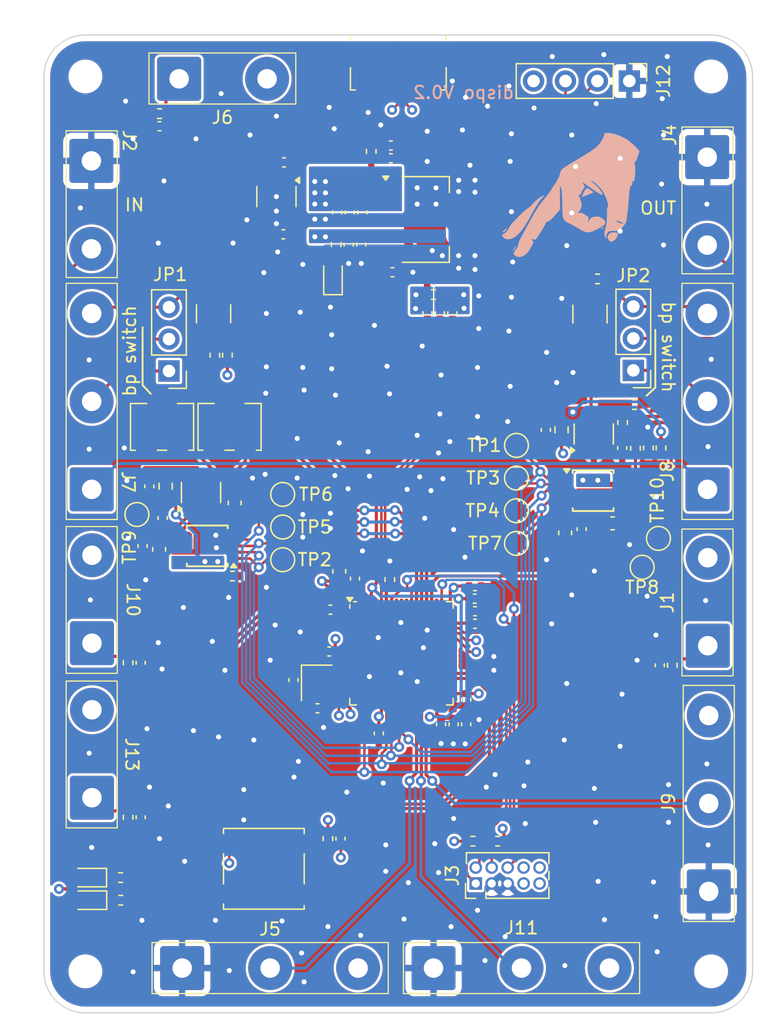
<source format=kicad_pcb>
(kicad_pcb (version 20241229) (generator "pcbnew") (generator_version "9.0")
  (layers (0 "F.Cu" signal) (4 "In1.Cu" signal) (6 "In2.Cu" signal) (2 "B.Cu" signal) (13 "F.Paste" user) (15 "B.Paste" user) (5 "F.SilkS" user "F.Silkscreen") (7 "B.SilkS" user "B.Silkscreen") (1 "F.Mask" user) (3 "B.Mask" user) (25 "Edge.Cuts" user))
  (net 0 "")
  (net 1 "+3V3")
  (net 2 "GND")
  (net 3 "+1V0")
  (net 4 "HSE_IN")
  (net 5 "NRST")
  (net 6 "HSE_OUT")
  (net 7 "DIG_IN1")
  (net 8 "DIG_IN2")
  (net 9 "DIG_IN3")
  (net 10 "DIG_IN4")
  (net 11 "Net-(U2-VQ)")
  (net 12 "Net-(U3-VQ)")
  (net 13 "Net-(U3-FILT+)")
  (net 14 "Net-(U2-FILT+)")
  (net 15 "Net-(U2-AINL)")
  (net 16 "Net-(U4-+)")
  (net 17 "Net-(U4-V+)")
  (net 18 "Net-(U5-V+)")
  (net 19 "GUITAR_OUT_µC")
  (net 20 "Net-(U4-OUT)")
  (net 21 "Net-(C32-Pad1)")
  (net 22 "GUITAR_IN_µC")
  (net 23 "+3.3VA")
  (net 24 "+5V")
  (net 25 "Net-(D1-K)")
  (net 26 "Net-(D2-K)")
  (net 27 "5V_USB")
  (net 28 "GUITAR_IN")
  (net 29 "SWCLK")
  (net 30 "SWDIO")
  (net 31 "SWO")
  (net 32 "GUITAR_OUT")
  (net 33 "ADC1_INP4")
  (net 34 "GUITAR_IN_switch")
  (net 35 "GUITAR_bypass")
  (net 36 "GUITAR_OUT_switch")
  (net 37 "ADC1_INP5")
  (net 38 "ADC1_INP8")
  (net 39 "I2C1_SDA")
  (net 40 "I2C1_SCL")
  (net 41 "USBD-")
  (net 42 "USBD+")
  (net 43 "Net-(U1-BOOT0)")
  (net 44 "LED_STATUS1")
  (net 45 "LED_STATUS2")
  (net 46 "I2S6_SDI")
  (net 47 "Net-(U3-AOUTL)")
  (net 48 "Net-(U4--)")
  (net 49 "Net-(U5--)")
  (net 52 "I2S6_SDO")
  (net 53 "I2S6_CK")
  (net 54 "I2S6_WS")
  (net 55 "I2S6_MCK")
  (net 81 "Net-(U7-NR{slash}FB)")
  (net 82 "Net-(D3-A)")
  (footprint "Capacitor_SMD:C_0402_1005Metric" (layer "F.Cu") (at 64 45.98 -90)
    (property "Reference" "C34" (hide yes))
    (property "Value" "10n")
  )
  (footprint "Capacitor_SMD:C_0402_1005Metric" (layer "F.Cu") (at 65.1 78.7 -90)
    (property "Reference" "C2" (hide yes))
    (property "Value" "1u")
  )
  (footprint "Crystal:Crystal_SMD_2016-4Pin_2.0x1.6mm" (layer "F.Cu") (at 53.2 75.4 -90)
    (property "Reference" "Y1" (hide yes))
    (property "Value" "32M")
  )
  (footprint "Resistor_SMD:R_0402_1005Metric" (layer "F.Cu") (at 46.5 66.9)
    (property "Reference" "R11" (hide yes))
    (property "Value" "10k")
  )
  (footprint "Capacitor_SMD:C_0402_1005Metric" (layer "F.Cu") (at 54.3 69.575 180)
    (property "Reference" "C11" (hide yes))
    (property "Value" "100n")
  )
  (footprint "Capacitor_SMD:C_0402_1005Metric" (layer "F.Cu") (at 50.600288 33.977569 180)
    (property "Reference" "C36" (hide yes))
    (property "Value" "1u")
  )
  (footprint "Capacitor_SMD:C_0402_1005Metric" (layer "F.Cu") (at 65.8 70.7)
    (property "Reference" "C8" (hide yes))
    (property "Value" "100n")
  )
  (footprint "Capacitor_SMD:C_0402_1005Metric" (layer "F.Cu") (at 65.104541 76.733046 -90)
    (property "Reference" "C1" (hide yes))
    (property "Value" "100n")
  )
  (footprint "MyFootprints:solder_pad_1x02_D3.5mm" (layer "F.Cu") (at 35.3 37.3 -90)
    (property "Reference" "J2")
    (property "Value" "Conn_01x02")
  )
  (footprint "Capacitor_SMD:C_0402_1005Metric" (layer "F.Cu") (at 39.2 86.1 -90)
    (property "Reference" "C20" (hide yes))
    (property "Value" "1u")
  )
  (footprint "Package_TO_SOT_SMD:SOT-23-5" (layer "F.Cu") (at 44 60.25 90)
    (property "Reference" "U5" (hide yes))
    (property "Value" "OPA1671")
  )
  (footprint "Connector_PinHeader_1.27mm:PinHeader_2x05_P1.27mm_Vertical" (layer "F.Cu") (at 65.86 91.37 90)
    (property "Reference" "J3")
    (property "Value" "Conn_ARM_JTAG_SWD_10")
  )
  (footprint "Capacitor_SMD:C_0402_1005Metric" (layer "F.Cu") (at 40.945204 62.286285 90)
    (property "Reference" "C27" (hide yes))
    (property "Value" "180p")
  )
  (footprint "Resistor_SMD:R_0603_1608Metric" (layer "F.Cu") (at 72.685741 55.265041 90)
    (property "Reference" "R15" (hide yes))
    (property "Value" "22")
  )
  (footprint "Package_DFN_QFN:QFN-68-1EP_8x8mm_P0.4mm_EP6.4x6.4mm" (layer "F.Cu") (at 59.95 73.05)
    (property "Reference" "U1" (hide yes))
    (property "Value" "STM32H725RGVx")
  )
  (footprint "Connector_USB:USB_Micro-B_Molex_47346-0001" (layer "F.Cu") (at 59.7 26.5 180)
    (property "Reference" "J14" (hide yes))
    (property "Value" "USB_B_Micro")
  )
  (footprint "Resistor_SMD:R_0402_1005Metric" (layer "F.Cu") (at 75.55 43.25)
    (property "Reference" "R19" (hide yes))
    (property "Value" "100k")
  )
  (footprint "Capacitor_SMD:C_0402_1005Metric" (layer "F.Cu") (at 64.1 78.7 -90)
    (property "Reference" "C7" (hide yes))
    (property "Value" "100n")
  )
  (footprint "Resistor_SMD:R_0402_1005Metric" (layer "F.Cu") (at 54.75 40.52 -90)
    (property "Reference" "R22" (hide yes))
    (property "Value" "220")
  )
  (footprint "TestPoint:TestPoint_Pad_D1.5mm" (layer "F.Cu") (at 80.4 63.9)
    (property "Reference" "TP10")
    (property "Value" "TestPoint")
  )
  (footprint "Capacitor_SMD:C_0402_1005Metric" (layer "F.Cu") (at 54.2 72.9 180)
    (property "Reference" "C10" (hide yes))
    (property "Value" "100n")
  )
  (footprint "Package_TO_SOT_SMD:SOT-223-6" (layer "F.Cu") (at 61.8875 38.52)
    (property "Reference" "U7" (hide yes))
    (property "Value" "TPS79633DCQ")
  )
  (footprint "MyFootprints:solder_pad_1x03_D3.5mm" (layer "F.Cu") (at 35.3 53 90)
    (property "Reference" "J7")
    (property "Value" "Conn_01x03" (hide yes))
  )
  (footprint "MyFootprints:solder_pad_1x02_D3.5mm" (layer "F.Cu") (at 35.3 81.1 90)
    (property "Reference" "J13")
    (property "Value" "Conn_01x02")
  )
  (footprint "Capacitor_SMD:C_0402_1005Metric" (layer "F.Cu") (at 80.5 74 -90)
    (property "Reference" "C17" (hide yes))
    (property "Value" "1u")
  )
  (footprint "Resistor_SMD:R_0402_1005Metric" (layer "F.Cu") (at 37.6 90.9)
    (property "Reference" "R2" (hide yes))
    (property "Value" "220")
  )
  (footprint "LED_SMD:LED_0603_1608Metric" (layer "F.Cu") (at 54.5 43.02 90)
    (property "Reference" "D3" (hide yes))
    (property "Value" "LED Power")
  )
  (footprint "MyFootprints:solder_pad_1x02_D3.5mm" (layer "F.Cu") (at 45.7 27.3)
    (property "Reference" "J6")
    (property "Value" "Conn_01x02")
  )
  (footprint "Resistor_SMD:R_0603_1608Metric" (layer "F.Cu") (at 41.186679 59.749196 90)
    (property "Reference" "R16" (hide yes))
    (property "Value" "22")
  )
  (footprint "Capacitor_SMD:C_0402_1005Metric" (layer "F.Cu") (at 63.1 78.7 -90)
    (property "Reference" "C4" (hide yes))
    (property "Value" "100n")
  )
  (footprint "Capacitor_SMD:C_0402_1005Metric" (layer "F.Cu") (at 59.107775 33.650615)
    (property "Reference" "C40" (hide yes))
    (property "Value" "1u")
  )
  (footprint "Capacitor_SMD:C_0603_1608Metric" (layer "F.Cu") (at 40.667599 64.770878 -90)
    (property "Reference" "C23" (hide yes))
    (property "Value" "10u")
  )
  (footprint "LED_SMD:LED_0603_1608Metric" (layer "F.Cu") (at 35 90.9 180)
    (property "Reference" "D1" (hide yes))
    (property "Value" "LED Status 1")
  )
  (footprint "Capacitor_SMD:C_0402_1005Metric" (layer "F.Cu") (at 53.266267 77.424557 180)
    (property "Reference" "C16" (hide yes))
    (property "Value" "16p")
  )
  (footprint "Capacitor_SMD:C_0402_1005Metric" (layer "F.Cu") (at 51.362519 75.182289 -90)
    (property "Reference" "C14" (hide yes))
    (property "Value" "16p")
  )
  (footprint "Resistor_SMD:R_0402_1005Metric" (layer "F.Cu") (at 59.025 67.175 90)
    (property "Reference" "R1" (hide yes))
    (property "Value" "10k")
  )
  (footprint "Package_SO:TSSOP-10_3x3mm_P0.5mm" (layer "F.Cu") (at 44.5 64.5 180)
    (property "Reference" "U2" (hide yes))
    (property "Value" "CS5343-CZZ")
  )
  (footprint "Capacitor_SMD:C_0402_1005Metric" (layer "F.Cu") (at 50.55 39.7 180)
    (property "Reference" "C42" (hide yes))
    (property "Value" "1u")
  )
  (footprint "Resistor_SMD:R_0402_1005Metric" (layer "F.Cu") (at 79.6 56.7 90)
    (property "Reference" "R13" (hide yes))
    (property "Value" "10k")
  )
  (footprint "Resistor_SMD:R_0402_1005Metric" (layer "F.Cu") (at 65.639043 88)
    (property "Reference" "R7" (hide yes))
    (property "Value" "10k")
  )
  (footprint "Capacitor_SMD:C_0402_1005Metric" (layer "F.Cu") (at 56.75 40.52 -90)
    (property "Reference" "C44" (hide yes))
    (property "Value" "1u")
  )
  (footprint "LED_SMD:LED_0603_1608Metric" (layer "F.Cu") (at 35.0125 92.7 180)
    (property "Reference" "D2" (hide yes))
    (property "Value" "LED Status 2")
  )
  (footprint "Capacitor_SMD:C_0402_1005Metric" (layer "F.Cu") (at 58.147773 79.425 -90)
    (property "Reference" "C9" (hide yes))
    (property "Value" "100n")
  )
  (footprint "Potentiometer_SMD:Potentiometer_Bourns_3224W_Vertical" (layer "F.Cu") (at 40.9 55.026481 180)
    (property "Reference" "RV2" (hide yes))
    (property "Value" "Potentiometer")
  )
  (footprint "Capacitor_SMD:C_0402_1005Metric" (layer "F.Cu") (at 62.017833 45.970034 -90)
    (property "Reference" "C43" (hide yes))
    (property "Value" "1u")
  )
  (footprint "MyFootprints:solder_pad_1x03_D3.5mm" (layer "F.Cu") (at 69.5 98.1)
    (property "Reference" "J11")
    (property "Value" "Conn_01x03" (hide yes))
  )
  (footprint "Resistor_SMD:R_0402_1005Metric" (layer "F.Cu") (at 38.2 73.8 -90)
    (property "Reference" "R9" (hide yes))
    (property "Value" "10k")
  )
  (footprint "TestPoint:TestPoint_Pad_D1.5mm" (layer "F.Cu") (at 50.5 63)
    (property "Reference" "TP5")
    (property "Value" "TestPoint")
  )
  (footprint "Capacitor_SMD:C_0603_1608Metric" (layer "F.Cu") (at 55 66.525 90)
    (property "Reference" "C13" (hide yes))
    (property "Value" "10u")
  )
  (footprint "Capacitor_SMD:C_0402_1005Metric" (layer "F.Cu") (at 55.1 87.8 90)
    (property "Reference" "C15" (hide yes))
    (property "Value" "1u")
  )
  (footprint "Capacitor_SMD:C_0402_1005Metric" (layer "F.Cu") (at 39.2 73.8 -90)
    (property "Reference" "C19" (hide yes))
    (property "Value" "1u")
  )
  (footprint "TestPoint:TestPoint_Pad_D1.5mm" (layer "F.Cu") (at 69.1 59.1)
    (property "Reference" "TP3")
    (property "Value" "TestPoint")
  )
  (footprint "Resistor_SMD:R_0402_1005Metric" (layer "F.Cu") (at 77.544848 54.678701 90)
    (property "Reference" "R17" (hide yes))
    (property "Value" "0")
  )
  (footprint "TestPoint:TestPoint_Pad_D1.5mm" (layer "F.Cu") (at 69.1 61.7)
    (property "Reference" "TP4")
    (property "Value" "TestPoint")
  )
  (footprint "Resistor_SMD:R_0402_1005Metric" (layer "F.Cu") (at 46.1 49.325 90)
    (property "Reference" "R20" (hide yes))
    (property "Value" "100k")
  )
  (footprint "Resistor_SMD:R_0402_1005Metric" (layer "F.Cu") (at 40.7 30.1 180)
    (property "Reference" "R8" (hide yes))
    (property "Value" "10k")
  )
  (footprint "MyFootprints:solder_pad_1x03_D3.5mm" (layer "F.Cu") (at 84.3 53 90)
    (property "Reference" "J8")
    (property "Value" "Conn_01x03" (hide yes))
  )
  (footprint "Resistor_SMD:R_0402_1005Metric" (layer "F.Cu") (at 45.1 49.325 -90)
    (property "Reference" "R21" (hide yes))
    (property "Value" "100k")
  )
  (footprint "Capacitor_SMD:C_0402_1005Metric" (layer "F.Cu") (at 56.838197 37.957251 -90)
    (property "Reference" "C33" (hide yes))
    (property "Value" "1u")
  )
  (footprint "Capacitor_SMD:C_0402_1005Metric" (layer "F.Cu") (at 54.838197 37.957251 -90)
    (property "Reference" "C39" (hide yes))
    (property "Value" "100n")
  )
  (footprint "Capacitor_SMD:C_0402_1005Metric" (layer "F.Cu") (at 71.435741 55.265041 -90)
    (property "Reference" "C29" (hide yes))
    (property "Value" "100n")
  )
  (footprint "Resistor_SMD:R_0402_1005Metric" (layer "F.Cu") (at 57.54647 33.098154 -90)
    (property "Reference" "FB1" (hide yes))
    (property "Value" "120R")
  )
  (footprint "Resistor_SMD:R_0402_1005Metric" (layer "F.Cu") (at 38.2 86.1 -90)
    (property "Reference" "R10" (hide yes))
    (property "Value" "10k")
  )
  (footprint "Capacitor_SMD:C_0402_1005Metric" (layer "F.Cu") (at 39.889524 59.754308 -90)
    (property "Reference" "C30" (hide yes))
    (property "Value" "100n")
  )
  (footprint "Capacitor_SMD:C_1210_3225Metric" (layer "F.Cu") (at 74.95 46.05 90)
    (property "Reference" "C31" (hide yes))
    (property "Value" "100n")
  )
  (footprint "Capacitor_SMD:C_0402_1005Metric" (layer "F.Cu") (at 74.284962 63.159728 -90)
    (property "Reference" "C22" (hide yes))
    (property "Value" "100n")
  )
  (footprint "MyFootprints:solder_pad_1x03_D3.5mm" (layer "F.Cu") (at 49.5 98.1)
    (property "Reference" "J5")
    (property "Value" "Conn_01x03" (hide yes))
  )
  (footprint "MyFootprints:solder_pad_1x03_D3.5mm" (layer "F.Cu") (at 84.4 85 90)
    (property "Reference" "J9")
    (property "Value" "Conn_01x03" (hide yes))
  )
  (footprint "Resistor_SMD:R_0402_1005Metric" (layer "F.Cu") (at 67.6 88 180)
    (property "Reference" "R6" (hide yes))
    (property "Value" "10k")
  )
  (footprint "Potentiometer_SMD:Potentiometer_Bourns_3224W_Vertical" (layer "F.Cu") (at 46.273621 55.023561 180)
    (property "Reference" "RV1" (hide yes))
    (property "Value" "Potentiometer")
  )
  (footprint "Capacitor_SMD:C_0402_1005Metric" (layer "F.Cu") (at 65.8 69.7)
    (property "Reference" "C5" (hide yes))
    (property "Value" "100n")
  )
  (footprint "Resistor_SMD:R_0402_1005Metric" (layer "F.Cu") (at 78.570167 56.732862 90)
    (property "Reference" "R14" (hide yes))
    (property "Value" "470")
  )
  (footprint "Connector_PinHeader_2.54mm:PinHeader_1x04_P2.54mm_Vertical" (layer "F.Cu") (at 78.08 27.5 -90)
    (property "Reference" "J12")
    (property "Value" "Conn_01x04")
  )
  (footprint "Capacitor_SMD:C_0402_1005Metric" (layer "F.Cu") (at 55.75 40.52 -90)
    (property "Reference" "C45" (hide yes))
    (property "Value" "100n")
  )
  (footprint "MountingHole:MountingHole_2.2mm_M2" (layer "F.Cu") (at 34.801999 98.362001)
    (property "Reference" "REF**" (hide yes))
    (property "Value" "MountingHole_2.2mm_M2" (hide yes))
  )
  (footprint "Resistor_SMD:R_0402_1005Metric" (layer "F.Cu") (at 80.6 56.7 -90)
    (property "Reference" "R12" (hide yes))
    (property "Value" "10k")
  )
  (footprint "MountingHole:MountingHole_2.2mm_M2" (layer "F.Cu") (at 84.586001 98.362001)
    (property "Reference" "REF**" (hide yes))
    (property "Value" "MountingHole_2.2mm_M2" (hide yes))
  )
  (footprint "Capacitor_SMD:C_0402_1005Metric" (layer "F.Cu") (at 56.25 67.1 90)
    (property "Reference" "C12" (hide yes))
    (property "Value" "100n")
  )
  (footprint "Resistor_SMD:R_0402_1005Metric" (layer "F.Cu") (at 78.5 53.25)
    (property "Reference" "R18" (hide yes))
    (property "Value" "DNP")
  )
  (footprint "MountingHole:MountingHole_2.2mm_M2" (layer "F.Cu") (at 84.586001 27.137999)
    (property "Reference" "REF**" (hide yes))
    (property "Value" "MountingHole_2.2mm_M2" (hide yes))
  )
  (footprint "Capacitor_SMD:C_1210_3225Metric" (layer "F.Cu") (at 45 46.025 90)
    (property "Reference" "C32" (hide yes))
    (property "Value" "100n")
  )
  (footprint "Capacitor_SMD:C_0603_1608Metric" (layer "F.Cu") (at 76.75 62.705867 180)
    (property "Reference" "C25" (hide yes))
    (property "Value" "10u")
  )
  (footprint "Capacitor_SMD:C_0402_1005Metric" (layer "F.Cu") (at 40.7 31.1 180)
    (property "Reference" "C18" (hide yes))
    (property "Value" "1u")
  )
  (footprint "Capacitor_SMD:C_0603_1608Metric" (layer "F.Cu") (at 46.679268 61.078453 90)
    (property "Reference" "C26" (hide yes))
    (property "Value" "10u")
  )
  (footprint "MountingHole:MountingHole_2.2mm_M2" (layer "F.Cu") (at 34.801999 27.137999)
    (property "Reference" "REF**" (hide yes))
    (property "Value" "MountingHole_2.2mm_M2" (hide yes))
  )
  (footprint "TestPoint:TestPoint_Pad_D1.5mm" (layer "F.Cu") (at 50.5 65.6)
    (property "Reference" "TP2")
    (property "Value" "TestPoint")
  )
  (footprint "Capacitor_SMD:C_0402_1005Metric" (layer "F.Cu") (at 65.8 67.7)
    (property "Reference" "C6" (hide yes))
    (property "Value" "100n")
  )
  (footprint "MyFootprints:solder_pad_1x02_D3.5mm" (layer "F.Cu") (at 84.3 37 -90)
    (property "Reference" "J4")
    (property "Value" "Conn_01x02")
  )
  (footprint "MyFootprints:solder_pad_1x02_D3.5mm" (layer "F.Cu") (at 35.3 68.8 90)
    (property "Reference" "J10")
    (property "Value" "Conn_01x02")
  )
  (footprint "Resistor_SMD:R_0402_1005Metric" (layer "F.Cu") (at 54.1 87.8 -90)
    (property "Reference" "R3" (hide yes))
    (property "Value" "10k")
  )
  (footprint "TestPoint:TestPoint_Pad_D1.5mm" (layer "F.Cu") (at 38.9 62)
    (property "Reference" "TP9")
    (property "Value" "TestPoint")
  )
  (footprint "MyFootprints:solder_pad_1x02_D3.5mm" (layer "F.Cu") (at 84.3 69 90)
    (property "Reference" "J1")
    (property "Value" "Conn_01x02")
  )
  (footprint "Capacitor_SMD:C_0402_1005Metric" (layer "F.Cu") (at 55.838197 37.957251 -90)
    (property "Reference" "C35" (hide yes))
    (property "Value" "1u")
  )
  (footprint "TestPoint:TestPoint_Pad_D1.5mm" (layer "F.Cu") (at 69.1 56.5)
    (property "Reference" "TP1")
    (property "Value" "TestPoint")
  )
  (footprint "Capacitor_SMD:C_0402_1005Metric" (layer "F.Cu") (at 39.352628 64.503665 -90)
    (property "Reference" "C21" (hide yes))
    (property "Value" "100n")
  )
  (footprint "Capacitor_SMD:C_0402_1005Metric" (layer "F.Cu") (at 63.002157 45.973953 -90)
    (property "Reference" "C38" (hide yes))
    (property "Value" "1u")
  )
  (footprint "TestPoint:TestPoint_Pad_D1.5mm" (layer "F.Cu") (at 69.1 64.3)
    (property "Reference" "TP7")
    (property "Value" "TestPoint")
  )
  (footprint "Package_TO_SOT_SMD:SOT-23-5" (layer "F.Cu") (at 50 36.7 -90)
    (property "Reference" "U6" (hide yes))
    (property "Value" "TLV75710PDBV")
  )
  (footprint "Connector_PinHeader_2.54mm:PinHeader_1x03_P2.54mm_Vertical" (layer "F.Cu") (at 41.45 50.58 180)
    (property "Reference" "JP1")
    (property "Value" "Jumper_3_Open")
  )
  (footprint "Capacitor_SMD:C_0402_1005Metric" (layer "F.Cu") (at 59.107775 32.635709)
    (property "Reference" "C37" (hide yes))
    (property "Value" "10n")
  )
  (footprint "Capacitor_SMD:C_0402_1005Metric" (layer "F.Cu") (at 59.232599 42.72137)
    (property "Reference" "C41" (hide yes))
    (property "Value" "10n")
  )
  (footprint "Package_TO_SOT_SMD:SOT-23-5" (layer "F.Cu") (at 75.25 55.594133 90)
    (property "Reference" "U4" (hide yes))
    (property "Value" "OPA1671")
  )
  (footprint "Capacitor_SMD:C_0603_1608Metric" (layer "F.Cu") (at 72.975297 63.465147 -90)
    (property "Reference" "C24" (hide yes))
    (property "Value" "10u")
  )
  (footprint "TestPoint:TestPoint_Pad_D1.5mm" (layer "F.Cu") (at 79.1 66.2)
    (property "Reference" "TP8")
    (property "Value" "TestPoint")
  )
  (footprint "Button_Switch_SMD:SW_Push_1P1T_NO_CK_KSC7xxJ" (layer "F.Cu") (at 49 90.2)
    (property "Reference" "SW1" (hide yes))
    (property "Value" "SW_Push")
  )
  (footprint "Capacitor_SMD:C_0402_1005Metric" (layer "F.Cu") (at 77.514396 56.709269 -90)
    (property "Reference" "C28" (hide yes))
    (property "Value" "10n")
  )
  (footprint "Connector_PinHeader_2.54mm:PinHeader_1x03_P2.54mm_Vertical" (layer "F.Cu") (at 78.4 50.53 180)
    (property "Reference" "JP2")
    (property "Value" "Jumper_3_Open")
  )
  (footprint "Resistor_SMD:R_0402_1005Metric" (layer "F.Cu") (at 37.6125 92.7)
    (property "Reference" "R4" (hide yes))
    (property "Value" "220")
  )
  (footprint "Package_SO:TSSOP-10_3x3mm_P0.5mm" (layer "F.Cu") (at 75.2 60.1)
    (property "Reference" "U3" (hide yes))
    (property "Value" "CS4344")
  )
  (footprint "TestPoint:TestPoint_Pad_D1.5mm" (layer "F.Cu") (at 50.5 60.4)
    (property "Reference" "TP6")
    (property "Value" "TestPoint")
  )
  (footprint "Capacitor_SMD:C_0402_1005Metric" (layer "F.Cu") (at 65.78 68.7)
    (property "Reference" "C3" (hide yes))
    (property "Value" "1u")
  )
  (footprint "Resistor_SMD:R_0402_1005Metric" (layer "F.Cu") (at 62.497736 44.494147 180)
    (property "Reference" "FB2" (hide yes))
    (property "Value" "120R")
  )
  (footprint "Resistor_SMD:R_0402_1005Metric" (layer "F.Cu") (at 81.5 74 -90)
    (property "Reference" "R5" (hide yes))
    (property "Value" "10k")
  )
  (footprint "MyFootprints:own-logo" (layer "B.Cu") (at 73.4 36.6 180)
    (property "Reference" "G***" (hide yes))
    (property "Value" "LOGO" (hide yes))
  )
  (gr_rect (start 50.75 36.95) (end 51.5 40.2) (stroke (width 0.2)) (fill yes) (layer "F.Cu") (net 3))
  (gr_rect (start 41.75 65.396936) (end 45.75 66.249235) (stroke (width 0.2)) (fill yes) (layer "F.Cu") (net 23))
  (gr_poly (pts (xy 62.682298 43.96) (xy 65.273298 43.96) (xy 65.271042 45.953144) (xy 62.682298 45.970487)) (stroke (width 0.2)) (fill yes) (layer "F.Cu") (net 23))
  (gr_poly (pts (xy 66.388316 35.02) (xy 66.388316 43.02) (xy 63.88837 43.02) (xy 63.88837 39.02) (xy 52.6875 39.02) (xy 52.6875 38.12) (xy 63.888369 38.12) (xy 63.888369 35.02)) (stroke (width 0.2)) (fill yes) (layer "F.Cu") (net 2))
  (gr_poly (pts (xy 77.95 59.505867) (xy 76.45 59.505867) (xy 76.45 58.85) (xy 73.95 58.85) (xy 73.95 59.712822) (xy 77.95 59.712822)) (stroke (width 0.2)) (fill yes) (layer "F.Cu") (net 23))
  (gr_poly (pts (xy 59.8875 34.4) (xy 54.4 34.4) (xy 52.6875 34.4) (xy 52.6875 37.760094) (xy 59.8875 37.760094)) (stroke (width 0.2)) (fill yes) (layer "F.Cu") (net 24))
  (gr_poly (pts (xy 75.685741 55.265041) (xy 75.685741 52.965041) (xy 78.185741 52.965041) (xy 78.185741 54.515041) (xy 76.685741 54.515041) (xy 76.685741 55.265041)) (stroke (width 0.2)) (fill yes) (layer "F.Cu") (net 48))
  (gr_poly (pts (xy 41.75 64.861526) (xy 43.5 64.861526) (xy 43.5 63.25) (xy 45.75 63.25) (xy 45.75 65.092354) (xy 43.75 65.092354) (xy 43.75 65.093256) (xy 41.75 65.093256)) (stroke (width 0.2)) (fill yes) (layer "F.Cu") (net 2))
  (gr_poly (pts (xy 43.75 60) (xy 42.5 60) (xy 42.5 59.5) (xy 39.5 59.5) (xy 39.5 58.25) (xy 43.75 58.25)) (stroke (width 0.2)) (fill yes) (layer "F.Cu") (net 18))
  (gr_poly (pts (xy 51.5 36.6) (xy 51.5 32.7) (xy 48.5 32.7) (xy 48.5 36.45) (xy 49.25 36.45) (xy 49.25 33.2) (xy 50.75 33.2) (xy 50.75 36.6)) (stroke (width 0.2)) (fill yes) (layer "F.Cu") (net 24))
  (gr_poly (pts (xy 74.685741 55.265041) (xy 74.685741 53.515041) (xy 70.935741 53.515041) (xy 70.935741 55.015041) (xy 73.685741 55.015041) (xy 73.685741 55.265041)) (stroke (width 0.2)) (fill yes) (layer "F.Cu") (net 17))
  (gr_poly (pts (xy 60.75 43.96) (xy 62.344193 43.96) (xy 62.341928 45.961043) (xy 60.75 45.971709)) (stroke (width 0.2)) (fill yes) (layer "F.Cu") (net 1))
  (gr_poly (pts (xy 77.95 60.027314) (xy 75.95 60.027314) (xy 73.95 60.027314) (xy 73.95 61.35) (xy 76.45 61.35) (xy 76.45 60.184778) (xy 77.95 60.184778)) (stroke (width 0.2)) (fill yes) (layer "F.Cu") (net 2))
  (gr_rect (start 52.6875 39.404536) (end 59.8875 40.304536) (stroke (width 0.2)) (fill yes) (layer "F.Cu") (net 1))
  (gr_poly (pts (xy 50.4 40.2) (xy 49.6 40.2) (xy 49.6 36.8) (xy 49.6 33.55) (xy 50.4 33.55)) (stroke (width 0.2)) (fill yes) (layer "F.Cu") (net 2))
  (gr_poly (pts (xy 59.8875 34.4) (xy 54.4 34.4) (xy 52.6875 34.4) (xy 52.6875 37.760094) (xy 59.8875 37.760094)) (stroke (width 0.2)) (fill yes) (layer "B.Cu") (net 24))
  (gr_poly (pts (xy 73.95 58.85) (xy 76.45 58.85) (xy 76.45 59.712478) (xy 73.95 59.712478)) (stroke (width 0.2)) (fill yes) (layer "B.Cu") (net 23))
  (gr_poly (pts (xy 60.75 43.96) (xy 62.35609 43.96) (xy 62.353825 45.960964) (xy 60.75 45.971709)) (stroke (width 0.2)) (fill yes) (layer "B.Cu") (net 1))
  (gr_poly (pts (xy 62.667188 43.96) (xy 65.273298 43.96) (xy 65.271042 45.953144) (xy 62.667188 45.970756)) (stroke (width 0.2)) (fill yes) (layer "B.Cu") (net 23))
  (gr_poly (pts (xy 63.8875 35.02) (xy 66.3875 35.02) (xy 66.3875 43.02) (xy 53.8875 43.02) (xy 53.8875 40.60715) (xy 63.8875 40.60715) (xy 63.8875 39.02) (xy 52.6875 39.02) (xy 52.6875 38.12) (xy 63.8875 38.12)) (stroke (width 0.2)) (fill yes) (layer "B.Cu") (net 2))
  (gr_poly (pts (xy 44.026984 63.25) (xy 45.75 63.25) (xy 45.748556 65.092066) (xy 44.023556 65.092066)) (stroke (width 0.2)) (fill yes) (layer "B.Cu") (net 2))
  (gr_poly (pts (xy 43.75 65.4) (xy 45.75 65.4) (xy 45.75 66.25) (xy 41.75 66.25) (xy 41.75 65.396969) (xy 43.75 65.396969)) (stroke (width 0.2)) (fill yes) (layer "B.Cu") (net 23))
  (gr_poly (pts (xy 52.6875 39.402915) (xy 63.3875 39.406422) (xy 63.3875 40.304449) (xy 52.6875 40.304449)) (stroke (width 0.2)) (fill yes) (layer "B.Cu") (net 1))
  (gr_line (start 39.35 47.1) (end 39.35 51.7) (stroke (width 0.15)) (layer "F.SilkS"))
  (gr_line (start 80.15 51.9) (end 80.15 47.3) (stroke (width 0.15)) (layer "F.SilkS"))
  (gr_line (start 80.15 51.9) (end 79.45 52.55) (stroke (width 0.15)) (layer "F.SilkS"))
  (gr_line (start 39.35 51.7) (end 40 52.4) (stroke (width 0.15)) (layer "F.SilkS"))
  (gr_line (start 31.5 98.362) (end 31.5 27.138) (stroke (width 0.1)) (layer "Edge.Cuts"))
  (gr_arc (start 84.586 23.836) (mid 86.920867 24.803133) (end 87.888 27.138) (stroke (width 0.1)) (layer "Edge.Cuts"))
  (gr_arc (start 31.5 27.138) (mid 32.467133 24.803133) (end 34.802 23.836) (stroke (width 0.1)) (layer "Edge.Cuts"))
  (gr_line (start 34.802 101.664) (end 84.586 101.664) (stroke (width 0.1)) (layer "Edge.Cuts"))
  (gr_arc (start 34.802 101.664) (mid 32.467133 100.696867) (end 31.5 98.362) (stroke (width 0.1)) (layer "Edge.Cuts"))
  (gr_line (start 34.802 23.836) (end 84.586 23.836) (stroke (width 0.1)) (layer "Edge.Cuts"))
  (gr_arc (start 87.888 98.362) (mid 86.920867 100.696867) (end 84.586 101.664) (stroke (width 0.1)) (layer "Edge.Cuts"))
  (gr_line (start 87.888 98.362) (end 87.888 27.138) (stroke (width 0.1)) (layer "Edge.Cuts"))
  (gr_text "OUT" (at 78.85 38.2 0) (layer "F.SilkS") (effects (font (size 1 1)) (justify left bottom)))
  (gr_text "bp switch" (at 80.6 44.95 270) (layer "F.SilkS") (effects (font (size 1 1)) (justify left bottom)))
  (gr_text "IN" (at 37.85 37.95 0) (layer "F.SilkS") (effects (font (size 1 1)) (justify left bottom)))
  (gr_text "bp switch" (at 38.9 52.7 90) (layer "F.SilkS") (effects (font (size 1 1)) (justify left bottom)))
  (gr_text "dispo V0.2" (at 69 29 0) (layer "B.SilkS") (effects (font (size 1 1) (thickness 0.16)) (justify left bottom mirror)))
  (segment (start 58.15 78.079) (end 58.254 78.079) (width 0.25) (layer "F.Cu") (net 1))
  (segment (start 54.1 86.308137) (end 54.098895 86.307032) (width 0.25) (layer "F.Cu") (net 1))
  (segment (start 56.75 69.1625) (end 56.75 68.75) (width 0.25) (layer "F.Cu") (net 1))
  (segment (start 58.35 77.983) (end 58.35 76.9375) (width 0.25) (layer "F.Cu") (net 1))
  (segment (start 65.553456 76.252636) (end 65.553046 76.253046) (width 0.25) (layer "F.Cu") (net 1))
  (segment (start 65.101495 76.25) (end 65.104541 76.253046) (width 0.25) (layer "F.Cu") (net 1))
  (segment (start 58.147773 78.945) (end 58.147773 78.081227) (width 0.25) (layer "F.Cu") (net 1))
  (segment (start 54.78 68.455) (end 54.78 69.575) (width 0.25) (layer "F.Cu") (net 1))
  (segment (start 56.25 68.25) (end 56.25 67.58) (width 0.25) (layer "F.Cu") (net 1))
  (segment (start 58.147773 78.081227) (end 58.15 78.079) (width 0.25) (layer "F.Cu") (net 1))
  (segment (start 58.15 78.212546) (end 58.147773 78.214773) (width 0.25) (layer "F.Cu") (net 1))
  (segment (start 65.129043 90.639043) (end 65.86 91.37) (width 0.2) (layer "F.Cu") (net 1))
  (segment (start 63.8375 76.25) (end 65.101495 76.25) (width 0.25) (layer "F.Cu") (net 1))
  (segment (start 56.25 67.58) (end 55.28 67.58) (width 0.25) (layer "F.Cu") (net 1))
  (segment (start 58.345396 76.942104) (end 58.35 76.9375) (width 0.25) (layer "F.Cu") (net 1))
  (segment (start 59.849999 39.79) (end 61.987736 41.927737) (width 0.5) (layer "F.Cu") (net 1))
  (segment (start 33.325 91.8) (end 34.225 92.7) (width 0.25) (layer "F.Cu") (net 1))
  (segment (start 53.625 67.3) (end 54.78 68.455) (width 0.25) (layer "F.Cu") (net 1))
  (segment (start 55 67.3) (end 53.625 67.3) (width 0.25) (layer "F.Cu") (net 1))
  (segment (start 64.22 67.7) (end 64.1 67.82) (width 0.25) (layer "F.Cu") (net 1))
  (segment (start 54.83 73.05) (end 56.0625 73.05) (width 0.25) (layer "F.Cu") (net 1))
  (segment (start 54.68 71.92) (end 54.7 71.9) (width 0.25) (layer "F.Cu") (net 1))
  (segment (start 58.254 78.079) (end 58.35 77.983) (width 0.25) (layer "F.Cu") (net 1))
  (segment (start 54.78 69.575) (end 55.7875 69.575) (width 0.25) (layer "F.Cu") (net 1))
  (segment (start 33.3125 91.8) (end 34.2125 90.9) (width 0.25) (layer "F.Cu") (net 1))
  (segment (start 65.32 67.7) (end 64.22 67.7) (width 0.25) (layer "F.Cu") (net 1))
  (segment (start 54.68 72.9) (end 54.83 73.05) (width 0.25) (layer "F.Cu") (net 1))
  (segment (start 54.1 87.29) (end 54.1 86.308137) (width 0.25) (layer "F.Cu") (net 1))
  (segment (start 68.11 88) (end 68.11 87.11) (width 0.25) (layer "F.Cu") (net 1))
  (segment (start 61.987736 41.927737) (end 61.987736 44.494147) (width 0.5) (layer "F.Cu") (net 1))
  (segment (start 56.75 68.75) (end 56.25 68.25) (width 0.25) (layer "F.Cu") (net 1))
  (segment (start 32.7 91.8) (end 33.325 91.8) (width 0.25) (layer "F.Cu") (net 1))
  (segment (start 58.75 39.79) (end 59.849999 39.79) (width 0.5) (layer "F.Cu") (net 1))
  (segment (start 58.15 78.079) (end 58.15 78.212546) (width 0.25) (layer "F.Cu") (net 1))
  (segment (start 65.553046 76.253046) (end 65.104541 76.253046) (width 0.25) (layer "F.Cu") (net 1))
  (segment (start 63.8375 69.85) (end 63.8375 68.0825) (width 0.25) (layer "F.Cu") (net 1))
  (segment (start 63.8375 68.0825) (end 64.1 67.82) (width 0.25) (layer "F.Cu") (net 1))
  (segment (start 65.129043 88) (end 65.129043 90.639043) (width 0.2) (layer "F.Cu") (net 1))
  (segment (start 55.28 67.58) (end 55 67.3) (width 0.25) (layer "F.Cu") (net 1))
  (segment (start 64.15 88) (end 65.129043 88) (width 0.25) (layer "F.Cu") (net 1))
  (segment (start 66.097364 76.252636) (end 65.553456 76.252636) (width 0.25) (layer "F.Cu") (net 1))
  (segment (start 55.7875 69.575) (end 56.0625 69.85) (width 0.25) (layer "F.Cu") (net 1))
  (segment (start 34.225 90.9125) (end 34.2125 90.9) (width 0.25) (layer "F.Cu") (net 1))
  (segment (start 54.68 72.9) (end 54.68 71.92) (width 0.25) (layer "F.Cu") (net 1))
  (segment (start 68.11 87.11) (end 68 87) (width 0.25) (layer "F.Cu") (net 1))
  (segment (start 32.7 91.8) (end 33.3125 91.8) (width 0.25) (layer "F.Cu") (net 1))
  (via (at 61.071418 45.613286) (size 0.8) (drill 0.4) (layers "F.Cu" "B.Cu") (net 1))
  (via (at 53.625 67.3) (size 0.8) (drill 0.4) (layers "F.Cu" "B.Cu") (net 1))
  (via (at 32.7 91.8) (size 0.8) (drill 0.4) (layers "F.Cu" "B.Cu") (net 1))
  (via (at 64.1 67.82) (size 0.8) (drill 0.4) (layers "F.Cu" "B.Cu") (net 1))
  (via (at 54.7 71.9) (size 0.8) (drill 0.4) (layers "F.Cu" "B.Cu") (net 1))
  (via (at 64.15 88) (size 0.8) (drill 0.4) (layers "F.Cu" "B.Cu") (net 1))
  (via (at 54.098895 86.307032) (size 0.8) (drill 0.4) (layers "F.Cu" "B.Cu") (net 1))
  (via (at 68 87) (size 0.8) (drill 0.4) (layers "F.Cu" "B.Cu") (net 1))
  (via (at 66.097364 76.252636) (size 0.8) (drill 0.4) (layers "F.Cu" "B.Cu") (net 1))
  (via (at 58.15 78.079) (size 0.8) (drill 0.4) (layers "F.Cu" "B.Cu") (net 1))
  (via (at 53.9 39.9) (size 0.8) (drill 0.4) (layers "F.Cu" "B.Cu") (net 1))
  (via (at 61.102768 44.516022) (size 0.8) (drill 0.4) (layers "F.Cu" "B.Cu") (net 1))
  (via (at 53.05178 39.895863) (size 0.8) (drill 0.4) (layers "F.Cu" "B.Cu") (net 1))
  (segment (start 56.75 41) (end 56.75 42.02) (width 0.25) (layer "F.Cu") (net 2))
  (segment (start 57.15 69.1625) (end 57.15 70.25) (width 0.25) (layer "F.Cu") (net 2))
  (segment (start 56.95 68.453612) (end 56.95 65) (width 0.25) (layer "F.Cu") (net 2))
  (segment (start 57.95 75.05) (end 59.95 73.05) (width 0.25) (layer "F.Cu") (net 2))
  (segment (start 63.15 76.25) (end 59.95 73.05) (width 0.25) (layer "F.Cu") (net 2))
  (segment (start 52.65 76.1) (end 52.65 75.8) (width 0.25) (layer "F.Cu") (net 2))
  (segment (start 59.55 72.65) (end 59.95 73.05) (width 0.25) (layer "F.Cu") (net 2))
  (segment (start 56.0625 71.85) (end 58.75 71.85) (width 0.25) (layer "F.Cu") (net 2))
  (segment (start 59.025 66.665) (end 59.025 65.7) (width 0.25) (layer "F.Cu") (net 2))
  (segment (start 59.15 72.25) (end 59.95 73.05) (width 0.25) (layer "F.Cu") (net 2))
  (segment (start 56.0625 72.25) (end 59.15 72.25) (width 0.25) (layer "F.Cu") (net 2))
  (segment (start 57.15 69.1625) (end 57.101 69.1135) (width 0.25) (layer "F.Cu") (net 2))
  (segment (start 57.95 71.05) (end 59.95 73.05) (width 0.25) (layer "F.Cu") (net 2))
  (segment (start 63.15 76.9375) (end 63.15 76.25) (width 0.25) (layer "F.Cu") (net 2))
  (segment (start 57.101 68.604611) (end 56.95 68.453612) (width 0.25) (layer "F.Cu") (net 2))
  (segment (start 57.55 75.45) (end 59.95 73.05) (width 0.25) (layer "F.Cu") (net 2))
  (segment (start 56.0625 75.45) (end 57.55 75.45) (width 0.25) (layer "F.Cu") (net 2))
  (segment (start 57.101 69.1135) (end 57.101 68.604611) (width 0.25) (layer "F.Cu") (net 2))
  (segment (start 59.712599 42.72137) (end 60.855297 42.72137) (width 0.25) (layer "F.Cu") (net 2))
  (segment (start 56.0625 71.05) (end 57.95 71.05) (width 0.25) (layer "F.Cu") (net 2))
  (segment (start 60.855297 42.72137) (end 60.859617 42.71705) (width 0.25) (layer "F.Cu") (net 2))
  (segment (start 63.8375 70.25) (end 62.75 70.25) (width 0.25) (layer "F.Cu") (net 2))
  (segment (start 57.15 70.25) (end 59.95 73.05) (width 0.25) (layer "F.Cu") (net 2))
  (segment (start 62.75 70.25) (end 59.95 73.05) (width 0.25) (layer "F.Cu") (net 2))
  (segment (start 52.65 75.8) (end 53.75 74.7) (width 0.25) (layer "F.Cu") (net 2))
  (segment (start 58.8 65.717) (end 58.783 65.7) (width 0.25) (layer "F.Cu") (net 2))
  (segment (start 56.95 65) (end 56.85 64.9) (width 0.25) (layer "F.Cu") (net 2))
  (segment (start 57.95 76.9375) (end 57.95 75.05) (width 0.25) (layer "F.Cu") (net 2))
  (segment (start 55.75 41) (end 55.75 42.02) (width 0.25) (layer "F.Cu") (net 2))
  (segment (start 56.0625 72.65) (end 59.55 72.65) (width 0.25) (layer "F.Cu") (net 2))
  (segment (start 58.75 71.85) (end 59.95 73.05) (width 0.25) (layer "F.Cu") (net 2))
  (via (at 52 96.9) (size 0.8) (drill 0.4) (layers "F.Cu" "B.Cu") (net 2))
  (via (at 65.8 36.35) (size 0.8) (drill 0.4) (layers "F.Cu" "B.Cu") (net 2))
  (via (at 41.4 85.2) (size 0.8) (drill 0.4) (layers "F.Cu" "B.Cu") (net 2))
  (via (at 71.5 49.1) (size 0.8) (drill 0.4) (layers "F.Cu" "B.Cu") (net 2))
  (via (at 51.65 55.95) (size 0.8) (drill 0.4) (layers "F.Cu" "B.Cu") (net 2))
  (via (at 77.35 80.45) (size 0.8) (drill 0.4) (layers "F.Cu" "B.Cu") (net 2))
  (via (at 47.9 31.8) (size 0.8) (drill 0.4) (layers "F.Cu" "B.Cu") (net 2))
  (via (at 75.3 66.5) (size 0.8) (drill 0.4) (layers "F.Cu" "B.Cu") (net 2))
  (via (at 51.75 81.65) (size 0.8) (drill 0.4) (layers "F.Cu" "B.Cu") (net 2))
  (via (at 35.1 49.7) (size 0.8) (drill 0.4) (layers "F.Cu" "B.Cu") (net 2))
  (via (at 47.65 38.55) (size 0.8) (drill 0.4) (layers "F.Cu" "B.Cu") (net 2))
  (via (at 84.25 37.3) (size 0.8) (drill 0.4) (layers "F.Cu" "B.Cu") (net 2))
  (via (at 64.1 86.2) (size 0.8) (drill 0.4) (layers "F.Cu" "B.Cu") (net 2))
  (via (at 68.5 27.9) (size 0.8) (drill 0.4) (layers "F.Cu" "B.Cu") (net 2))
  (via (at 48.1 59.1) (size 0.8) (drill 0.4) (layers "F.Cu" "B.Cu") (net 2))
  (via (at 66.8 29.5) (size 0.8) (drill 0.4) (layers "F.Cu" "B.Cu") (net 2))
  (via (at 53.05178 38.495863) (size 0.8) (drill 0.4) (layers "F.Cu" "B.Cu") (net 2))
  (via (at 62 33.9) (size 0.8) (drill 0.4) (layers "F.Cu" "B.Cu") (net 2))
  (via (at 45.15 94.3) (size 0.8) (drill 0.4) (layers "F.Cu" "B.Cu") (net 2))
  (via (at 58.3 31) (size 0.8) (drill 0.4) (layers "F.Cu" "B.Cu") (net 2))
  (via (at 63 54) (size 0.8) (drill 0.4) (layers "F.Cu" "B.Cu") (net 2))
  (via (at 40.6 40.4) (size 0.8) (drill 0.4) (layers "F.Cu" "B.Cu") (net 2))
  (via (at 80.65 35.7) (size 0.8) (drill 0.4) (layers "F.Cu" "B.Cu") (net 2))
  (via (at 76.1 94.25) (size 0.8) (drill 0.4) (layers "F.Cu" "B.Cu") (net 2))
  (via (at 45.175 63.65) (size 0.8) (drill 0.4) (layers "F.Cu" "B.Cu") (net 2))
  (via (at 52.1 42.1) (size 0.8) (drill 0.4) (layers "F.Cu" "B.Cu") (net 2))
  (via (at 57.8 46.95) (size 0.8) (drill 0.4) (layers "F.Cu" "B.Cu") (net 2))
  (via (at 62.9 57.1) (size 0.8) (drill 0.4) (layers "F.Cu" "B.Cu") (net 2))
  (via (at 64.5 41.4) (size 0.8) (drill 0.4) (layers "F.Cu" "B.Cu") (net 2))
  (via (at 66 93.5) (size 0.8) (drill 0.4) (layers "F.Cu" "B.Cu") (net 2))
  (via (at 65.8 35.4) (size 0.8) (drill 0.4) (layers "F.Cu" "B.Cu") (net 2))
  (via (at 80.3 96.8) (size 0.8) (drill 0.4) (layers "F.Cu" "B.Cu") (net 2))
  (via (at 72.9 79.95) (size 0.8) (drill 0.4) (layers "F.Cu" "B.Cu") (net 2))
  (via (at 59.9 74.6) (size 0.8) (drill 0.4) (layers "F.Cu" "B.Cu") (net 2))
  (via (at 38.6 98.4) (size 0.8) (drill 0.4) (layers "F.Cu" "B.Cu") (net 2))
  (via (at 52.1 50.3) (size 0.8) (drill 0.4) (layers "F.Cu" "B.Cu") (net 2))
  (via (at 57.3 57) (size 0.8) (drill 0.4) (layers "F.Cu" "B.Cu") (net 2))
  (via (at 84.35 56.6) (size 0.8) (drill 0.4) (layers "F.Cu" "B.Cu") (net 2))
  (via (at 62 71.2) (size 0.8) (drill 0.4) (layers "F.Cu" "B.Cu") (net 2))
  (via (at 53.9 38.5) (size 0.8) (drill 0.4) (layers "F.Cu" "B.Cu") (net 2))
  (via (at 69.7 83.6) (size 0.8) (drill 0.4) (layers "F.Cu" "B.Cu") (net 2))
  (via (at 59.025 65.7) (size 0.8) (drill 0.4) (layers "F.Cu" "B.Cu") (net 2))
  (via (at 52.2 52.1) (size 0.8) (drill 0.4) (layers "F.Cu" "B.Cu") (net 2))
  (via (at 57.4 74.9) (size 0.8) (drill 0.4) (layers "F.Cu" "B.Cu") (net 2))
  (via (at 62.4 41) (size 0.8) (drill 0.4) (layers "F.Cu" "B.Cu") (net 2))
  (via (at 54.3 45.5) (size 0.8) (drill 0.4) (layers "F.Cu" "B.Cu") (net 2))
  (via (at 52.2 99.2) (size 0.8) (drill 0.4) (layers "F.Cu" "B.Cu") (net 2))
  (via (at 39.9 83.7) (size 0.8) (drill 0.4) (layers "F.Cu" "B.Cu") (net 2))
  (via (at 77.35 33.65) (size 0.8) (drill 0.4) (layers "F.Cu" "B.Cu") (net 2))
  (via (at 64.1 63.2) (size 0.8) (drill 0.4) (layers "F.Cu" "B.Cu") (net 2))
  (via (at 60.5 91.3) (size 0.8) (drill 0.4) (layers "F.Cu" "B.Cu") (net 2))
  (via (at 35.3 88.5) (size 0.8) (drill 0.4) (layers "F.Cu" "B.Cu") (net 2))
  (via (at 63.1 80.225) (size 0.8) (drill 0.4) (layers "F.Cu" "B.Cu") (net 2))
  (via (at 54.4 50.4) (size 0.8) (drill 0.4) (layers "F.Cu" "B.Cu") (net 2))
  (via (at 65.4 34.2) (size 0.8) (drill 0.4) (layers "F.Cu" "B.Cu") (net 2))
  (via (at 73.5 68.4) (size 0.8) (drill 0.4) (layers "F.Cu" "B.Cu") (net 2))
  (via (at 73.5 31.8) (size 0.8) (drill 0.4) (layers "F.Cu" "B.Cu") (net 2))
  (via (at 44.9 72.1) (size 0.8) (drill 0.4) (layers "F.Cu" "B.Cu") (net 2))
  (via (at 66.125 78.325) (size 0.8) (drill 0.4) (layers "F.Cu" "B.Cu") (net 2))
  (via (at 67.3 74.4) (size 0.8) (drill 0.4) (layers "F.Cu" "B.Cu") (net 2))
  (via (at 39.6 67.2) (size 0.8) (drill 0.4) (layers "F.Cu" "B.Cu") (net 2))
  (via (at 66 54.2) (size 0.8) (drill 0.4) (layers "F.Cu" "B.Cu") (net 2))
  (via (at 78.1 64.4) (size 0.8) (drill 0.4) (layers "F.Cu" "B.Cu") (net 2))
  (via (at 63.25 59.15) (size 0.8) (drill 0.4) (layers "F.Cu" "B.Cu") (net 2))
  (via (at 45.6 28.5) (size 0.8) (drill 0.4) (layers "F.Cu" "B.Cu") (net 2))
  (via (at 57.4 58.95) (size 0.8) (drill 0.4) (layers "F.Cu" "B.Cu") (net 2))
  (via (at 78.7 73.6) (size 0.8) (drill 0.4) (layers "F.Cu" "B.Cu") (net 2))
  (via (at 63.9 94.8) (size 0.8) (drill 0.4) (layers "F.Cu" "B.Cu") (net 2))
  (via (at 63.1 50.9) (size 0.8) (drill 0.4) (layers "F.Cu" "B.Cu") (net 2))
  (via (at 61.2 55.7) (size 0.8) (drill 0.4) (layers "F.Cu" "B.Cu") (net 2))
  (via (at 46.55 40.4) (size 0.8) (drill 0.4) (layers "F.Cu" "B.Cu") (net 2))
  (via (at 37.9 56.7) (size 0.8) (drill 0.4) (layers "F.Cu" "B.Cu") (net 2))
  (via (at 72.95 97.9) (size 0.8) (drill 0.4) (layers "F.Cu" "B.Cu") (net 2))
  (via (at 54.7 52.5) (size 0.8) (drill 0.4) (layers "F.Cu" "B.Cu") (net 2))
  (via (at 55 56.3) (size 0.8) (drill 0.4) (layers "F.Cu" "B.Cu") (net 2))
  (via (at 51.65 59.1) (size 0.8) (drill 0.4) (layers "F.Cu" "B.Cu") (net 2))
  (via (at 80.2 94) (size 0.8) (drill 0.4) (layers "F.Cu" "B.Cu") (net 2))
  (via (at 72.3 51.5) (size 0.8) (drill 0.4) (layers "F.Cu" "B.Cu") (net 2))
  (via (at 77.5 76.3) (size 0.8) (drill 0.4) (layers "F.Cu" "B.Cu") (net 2))
  (via (at 68.7 44.7) (size 0.8) (drill 0.4) (layers "F.Cu" "B.Cu") (net 2))
  (via (at 76.05 25.4) (size 0.8) (drill 0.4) (layers "F.Cu" "B.Cu") (net 2))
  (via (at 81.1 25.55) (size 0.8) (drill 0.4) (layers "F.Cu" "B.Cu") (net 2))
  (via (at 56.85 64.9) (size 0.8) (drill 0.4) (layers "F.Cu" "B.Cu") (net 2))
  (via (at 60.4 60) (size 0.8) (drill 0.4) (layers "F.Cu" "B.Cu") (net 2))
  (via (at 65 65.4) (size 0.8) (drill 0.4) (layers "F.Cu" "B.Cu") (net 2))
  (via (at 80.8 31.8) (size 0.8) (drill 0.4) (layers "F.Cu" "B.Cu") (net 2))
  (via (at 61.7 72.6) (size 0.8) (drill 0.4) (layers "F.Cu" "B.Cu") (net 2))
  (via (at 35.2 68.8) (size 0.8) (drill 0.4) (layers "F.Cu" "B.Cu") (net 2))
  (via (at 40.9 74.3) (size 0.8) (drill 0.4) (layers "F.Cu" "B.Cu") (net 2))
  (via (at 61.6 48.6) (size 0.8) (drill 0.4) (layers "F.Cu" "B.Cu") (net 2))
  (via (at 70.5 29.65) (size 0.8) (drill 0.4) (layers "F.Cu" "B.Cu") (net 2))
  (via (at 49.2 67.8) (size 0.8) (drill 0.4) (layers "F.Cu" "B.Cu") (net 2))
  (via (at 64 27.5) (size 0.8) (drill 0.4) (layers "F.Cu" "B.Cu") (net 2))
  (via (at 64.075 80.25) (size 0.8) (drill 0.4) (layers "F.Cu" "B.Cu") (net 2))
  (via (at 46.2 68.6) (size 0.8) (drill 0.4) (layers "F.Cu" "B.Cu") (net 2))
  (via (at 61.2 36) (size 0.8) (drill 0.4) (layers "F.Cu" "B.Cu") (net 2))
  (via (at 50 30.3) (size 0.8) (drill 0.4) (layers "F.Cu" "B.Cu") (net 2))
  (via (at 65.8 41.4) (size 0.8) (drill 0.4) (layers "F.Cu" "B.Cu") (net 2))
  (via (at 50 36.7) (size 0.8) (drill 0.4) (layers "F.Cu" "B.Cu") (net 2))
  (via (at 54.6 31.3) (size 0.8) (drill 0.4) (layers "F.Cu" "B.Cu") (net 2))
  (via (at 47.4 86.3) (size 0.8) (drill 0.4) (layers "F.Cu" "B.Cu") (net 2))
  (via (at 80.7 28.9) (size 0.8) (drill 0.4) (layers "F.Cu" "B.Cu") (net 2))
  (via (at 43.4 79.2) (size 0.8) (drill 0.4) (layers "F.Cu" "B.Cu") (net 2))
  (via (at 41.05 35.45) (size 0.8) (drill 0.4) (layers "F.Cu" "B.Cu") (net 2))
  (via (at 54.3 63.1) (size 0.8) (drill 0.4) (layers "F.Cu" "B.Cu") (net 2))
  (via (at 50.45 94.35) (size 0.8) (drill 0.4) (layers "F.Cu" "B.Cu") (net 2))
  (via (at 62.7 37.3) (size 0.8) (drill 0.4) (layers "F.Cu" "B.Cu") (net 2))
  (via (at 55.75 42.02) (size 0.8) (drill 0.4) (layers "F.Cu" "B.Cu") (net 2))
  (via (at 68.5 47.4) (size 0.8) (drill 0.4) (layers "F.Cu" "B.Cu") (net 2))
  (via (at 62.9 90.5) (size 0.8) (drill 0.4) (layers "F.Cu" "B.Cu") (net 2))
  (via (at 75.45 29.3) (size 0.8) (drill 0.4) (layers "F.Cu" "B.Cu") (net 2))
  (via (at 58.5 83.375) (size 0.8) (drill 0.4) (layers "F.Cu" "B.Cu") (net 2))
  (via (at 38 29.1) (size 0.8) (drill 0.4) (layers "F.Cu" "B.Cu") (net 2))
  (via (at 51.9 71.35) (size 0.8) (drill 0.4) (layers "F.Cu" "B.Cu") (net 2))
  (via (at 62.7 36) (size 0.8) (drill 0.4) (layers "F.Cu" "B.Cu") (net 2))
  (via (at 68.8 41.9) (size 0.8) (drill 0.4) (layers "F.Cu" "B.Cu") (net 2))
  (via (at 80.8 40.55) (size 0.8) (drill 0.4) (layers "F.Cu" "B.Cu") (net 2))
  (via (at 80.25 60.6) (size 0.8) (drill 0.4) (layers "F.Cu" "B.Cu") (net 2))
  (via (at 47.4 83.9) (size 0.8) (drill 0.4) (layers "F.Cu" "B.Cu") (net 2))
  (via (at 61.2 37.3) (size 0.8) (drill 0.4) (layers "F.Cu" "B.Cu") (net 2))
  (via (at 49.9 70.8) (size 0.8) (drill 0.4) (layers "F.Cu" "B.Cu") (net 2))
  (via (at 65.05 28.8) (size 0.8) (drill 0.4) (layers "F.Cu" "B.Cu") (net 2))
  (via (at 35.1 81) (size 0.8) (drill 0.4) (layers "F.Cu" "B.Cu") (net 2))
  (via (at 68.7 31.7) (size 0.8) (drill 0.4) (layers "F.Cu" "B.Cu") (net 2))
  (via (at 34.4 37.6) (size 0.8) (drill 0.4) (layers "F.Cu" "B.Cu") (net 2))
  (via (at 49.1 58.8) (size 0.8) (drill 0.4) (layers "F.Cu" "B.Cu") (net 2))
  (via (at 68.6 33.9) (size 0.8) (drill 0.4) (layers "F.Cu" "B.Cu") (net 2))
  (via (at 80 91.25) (size 0.8) (drill 0.4) (layers "F.Cu" "B.Cu") (net 2))
  (via (at 38.6 32.1) (size 0.8) (drill 0.4) (layers "F.Cu" "B.Cu") (net 2))
  (via (at 64.5 42.4) (size 0.8) (drill 0.4) (layers "F.Cu" "B.Cu") (net 2))
  (via (at 66.6 97.5) (size 0.8) (drill 0.4) (layers "F.Cu" "B.Cu") (net 2))
  (via (at 73.1 40.6) (size 0.8) (drill 0.4) (layers "F.Cu" "B.Cu") (net 2))
  (via (at 72.7 44.8) (size 0.8) (drill 0.4) (layers "F.Cu" "B.Cu") (net 2))
  (via (at 60.859617 42.71705) (size 0.8) (drill 0.4) (layers "F.Cu" "B.Cu") (net 2))
  (via (at 48.2 79.95) (size 0.8) (drill 0.4) (layers "F.Cu" "B.Cu") (net 2))
  (via (at 45.225 64.65) (size 0.8) (drill 0.4) (layers "F.Cu" "B.Cu") (net 2))
  (via (at 38.2 63.9) (size 0.8) (drill 0.4) (layers "F.Cu" "B.Cu") (net 2))
  (via (at 57.3 30) (size 0.8) (drill 0.4) (layers "F.Cu" "B.Cu") (net 2))
  (via (at 50.1 41.1) (size 0.8) (drill 0.4) (layers "F.Cu" "B.Cu") (net 2))
  (via (at 66.7 83.7) (size 0.8) (drill 0.4) (layers "F.Cu" "B.Cu") (net 2))
  (via (at 54.3 61.9) (size 0.8) (drill 0.4) (layers "F.Cu" "B.Cu") (net 2))
  (via (at 39.7 79.05) (size 0.8) (drill 0.4) (layers "F.Cu" "B.Cu") (net 2))
  (via (at 61.2 75.3) (size 0.8) (drill 0.4) (layers "F.Cu" "B.Cu") (net 2))
  (via (at 64.5 35.4) (size 0.8) (drill 0.4) (layers "F.Cu" "B.Cu") (net 2))
  (via (at 64.5 36.3) (size 0.8) (drill 0.4) (layers "F.Cu" "B.Cu") (net 2))
  (via (at 54.4 47.7) (size 0.8) (drill 0.4) (layers "F.Cu" "B.Cu") (net 2))
  (via (at 49.2 46) (size 0.8) (drill 0.4) (layers "F.Cu" "B.Cu") (net 2))
  (via (at 84.15 68.85) (size 0.8) (drill 0.4) (layers "F.Cu" "B.Cu") (net 2))
  (via (at 51.4 82.9) (size 0.8) (drill 0.4) (layers "F.Cu" "B.Cu") (net 2))
  (via (at 49.2 50.25) (size 0.8) (drill 0.4) (layers "F.Cu" "B.Cu") (net 2))
  (via (at 40.6 72.2) (size 0.8) (drill 0.4) (layers "F.Cu" "B.Cu") (net 2))
  (via (at 61.8 62.3) (size 0.8) (drill 0.4) (layers "F.Cu" "B.Cu") (net 2))
  (via (at 68.2 95.6) (size 0.8) (drill 0.4) (layers "F.Cu" "B.Cu") (net 2))
  (via (at 40.7 87.8) (size 0.8) (drill 0.4) (layers "F.Cu" "B.Cu") (net 2))
  (via (at 84.25 81.85) (size 0.8) (drill 0.4) (layers "F.Cu" "B.Cu") (net 2))
  (via (at 67.4 82.7) (size 0.8) (drill 0.4) (layers "F.Cu" "B.Cu") (net 2))
  (via (at 77.35 39.45) (size 0.8) (drill 0.4) (layers "F.Cu" "B.Cu") (net 2))
  (via (at 53.75 78.95) (size 0.8) (drill 0.4) (layers "F.Cu" "B.Cu") (net 2))
  (via (at 62.3 60.1) (size 0.8) (drill 0.4) (layers "F.Cu" "B.Cu") (net 2))
  (via (at 38.1 59.3) (size 0.8) (drill 0.4) (layers "F.Cu" "B.Cu") (net 2))
  (via (at 45.4 79.7) (size 0.8) (drill 0.4) (layers "F.Cu" "B.Cu") (net 2))
  (via (at 56.7 95.5) (size 0.8) (drill 0.4) (layers "F.Cu" "B.Cu") (net 2))
  (via (at 70 81.7) (size 0.8) (drill 0.4) (layers "F.Cu" "B.Cu") (net 2))
  (via (at 55.6 84.1) (size 0.8) (drill 0.4) (layers "F.Cu" "B.Cu") (net 2))
  (via (at 49 42.75) (size 0.8) (drill 0.4) (layers "F.Cu" "B.Cu") (net 2))
  (via (at 67.3 73.3) (size 0.8) (drill 0.4) (layers "F.Cu" "B.Cu") (net 2))
  (via (at 73.8 34.3) (size 0.8) (drill 0.4) (layers "F.Cu" "B.Cu") (net 2))
  (via (at 61.4 59) (size 0.8) (drill 0.4) (layers "F.Cu" "B.Cu") (net 2))
  (via (at 58.7 90.4) (size 0.8) (drill 0.4) (layers "F.Cu" "B.Cu") (net 2))
  (via (at 49.15 52.35) (size 0.8) (drill 0.4) (layers "F.Cu" "B.Cu") (net 2))
  (via (at 42.7 89.6) (size 0.8) (drill 0.4) (layers "F.Cu" "B.Cu") (net 2))
  (via (at 59.9 70.6) (size 0.8) (drill 0.4) (layers "F.Cu" "B.Cu") (net 2))
  (via (at 68.7 37.9) (size 0.8) (drill 0.4) (layers "F.Cu" "B.Cu") (net 2))
  (via (at 65.8 42.5) (size 0.8) (drill 0.4) (layers "F.Cu" "B.Cu") (net 2))
  (via (at 68.4 54.6) (size 0.8) (drill 0.4) (layers "F.Cu" "B.Cu") (net 2))
  (via (at 81.2 86.5) (size 0.8) (drill 0.4) (layers "F.Cu" "B.Cu") (net 2))
  (via (at 80.2 71.6) (size 0.8) (drill 0.4) (layers "F.Cu" "B.Cu") (net 2))
  (via (at 54.2 29.6) (size 0.8) (drill 0.4) (layers "F.Cu" "B.Cu") (net 2))
  (via (at 71.5 65.6) (size 0.8) (drill 0.4) (layers "F.Cu" "B.Cu") (net 2))
  (via (at 69.8 86.6) (size 0.8) (drill 0.4) (layers "F.Cu" "B.Cu") (net 2))
  (via (at 79.5 68.5) (size 0.8) (drill 0.4) (layers "F.Cu" "B.Cu") (net 2))
  (via (at 59 52.4) (size 0.8) (drill 0.4) (layers "F.Cu" "B.Cu") (net 2))
  (via (at 66 50.3) (size 0.8) (drill 0.4) (layers "F.Cu" "B.Cu") (net 2))
  (via (at 79.55 55.05) (size 0.8) (drill 0.4) (layers "F.Cu" "B.Cu") (net 2))
  (via (at 52.1 63.8) (size 0.8) (drill 0.4) (layers "F.Cu" "B.Cu") (net 2))
  (via (at 46.25 98.3) (size 0.8) (drill 0.4) (layers "F.Cu" "B.Cu") (net 2))
  (via (at 73.1 75.45) (size 0.8) (drill 0.4) (layers "F.Cu" "B.Cu") (net 2))
  (via (at 45.9 74.4) (size 0.8) (drill 0.4) (layers "F.Cu" "B.Cu") (net 2))
  (via (at 66.1 47.2) (size 0.8) (drill 0.4) (layers "F.Cu" "B.Cu") (net 2))
  (via (at 62 31.5) (size 0.8) (drill 0.4) (layers "F.Cu" "B.Cu") (net 2))
  (via (at 75.4 86.5) (size 0.8) (drill 0.4) (layers "F.Cu" "B.Cu") (net 2))
  (via (at 42.6 69.4) (size 0.8) (drill 0.4) (layers "F.Cu" "B.Cu") (net 2))
  (via (at 71.9 70.7) (size 0.8) (drill 0.4) (layers "F.Cu" "B.Cu") (net 2))
  (via (at 58.8 50.2) (size 0.8) (drill 0.4) (layers "F.Cu" "B.Cu") (net 2))
  (via (at 50 38.85) (size 0.8) (drill 0.4) (layers "F.Cu" "B.Cu") (net 2))
  (via (at 54.1 94.8) (size 0.8) (drill 0.4) (layers "F.Cu" "B.Cu") (net 2))
  (via (at 63.2 41.4) (size 0.8) (drill 0.4) (layers "F.Cu" "B.Cu") (net 2))
  (via (at 51.9 45.9) (size 0.8) (drill 0.4) (layers "F.Cu" "B.Cu") (net 2))
  (via (at 63.8 56.2) (size 0.8) (drill 0.4) (layers "F.Cu" "B.Cu") (net 2))
  (via (at 58.1 71.8) (size 0.8) (drill 0.4) (layers "F.Cu" "B.Cu") (net 2))
  (via (at 84.6 49.65) (size 0.8) (drill 0.4) (layers "F.Cu" "B.Cu") (net 2))
  (via (at 60.15 94.2) (size 0.8) (drill 0.4) (layers "F.Cu" "B.Cu") (net 2))
  (via (at 56.75 42.02) (size 0.8) (drill 0.4) (layers "F.Cu" "B.Cu") (net 2))
  (via (at 81.2 83.5) (size 0.8) (drill 0.4) (layers "F.Cu" "B.Cu") (net 2))
  (via (at 55.7 59.95) (size 0.8) (drill 0.4) (layers "F.Cu" "B.Cu") (net 2))
  (via (at 62.6 88.2) (size 0.8) (drill 0.4) (layers "F.Cu" "B.Cu") (net 2))
  (via (at 64.8 31.4) (size 0.8) (drill 0.4) (layers "F.Cu" "B.Cu") (net 2))
  (via (at 66 55.9) (size 0.8) (drill 0.4) (layers "F.Cu" "B.Cu") (net 2))
  (via (at 43.6 32.1) (size 0.8) (drill 0.4) (layers "F.Cu" "B.Cu") (net 2))
  (via (at 54.65 58.9) (size 0.8) (drill 0.4) (layers "F.Cu" "B.Cu") (net 2))
  (via (at 73.5 38) (size 0.8) (drill 0.4) (layers "F.Cu" "B.Cu") (net 2))
  (via (at 75.6 91.2) (size 0.8) (drill 0.4) (layers "F.Cu" "B.Cu") (net 2))
  (via (at 52.1 62) (size 0.8) (drill 0.4) (layers "F.Cu" "B.Cu") (net 2))
  (via (at 73.6 50.7) (size 0.8) (drill 0.4) (layers "F.Cu" "B.Cu") (net 2))
  (via (at 71.95 25.55) (size 0.8) (drill 0.4) (layers "F.Cu" "B.Cu") (net 2))
  (via (at 49.5 73.6) (size 0.8) (drill 0.4) (layers "F.Cu" "B.Cu") (net 2))
  (via (at 75.3 83.8) (size 0.8) (drill 0.4) (layers "F.Cu" "B.Cu") (net 2))
  (via (at 58.7 88.3) (size 0.8) (drill 0.4) (layers "F.Cu" "B.Cu") (net 2))
  (via (at 50 37.85) (size 0.8) (drill 0.4) (layers "F.Cu" "B.Cu") (net 2))
  (via (at 65.025 80.25) (size 0.8) (drill 0.4) (layers "F.Cu" "B.Cu") (net 2))
  (via (at 68.6 51.8) (size 0.8) (drill 0.4) (layers "F.Cu" "B.Cu") (net 2))
  (via (at 35.1 56.8) (size 0.8) (drill 0.4) (layers "F.Cu" "B.Cu") (net 2))
  (via (at 39.3 94.3) (size 0.8) (drill 0.4) (layers "F.Cu" "B.Cu") (net 2))
  (via (at 66.1 44.6) (size 0.8) (drill 0.4) (layers "F.Cu" "B.Cu") (net 2))
  (via (at 84.35 88.3) (size 0.8) (drill 0.4) (layers "F.Cu" "B.Cu") (net 2))
  (segment (start 65.32 70.7) (end 65.32 69.7) (width 0.25) (layer "F.Cu") (net 3))
  (segment (start 65.32 68.72) (end 65.3 68.7) (width 0.25) (layer "F.Cu") (net 3))
  (segment (start 65.3 68.7) (end 64.4895 68.7) (width 0.25) (layer "F.Cu") (net 3))
  (segment (start 63.8375 70.65) (end 65.27 70.65) (width 0.25) (layer "F.Cu") (net 3))
  (segment (start 57.95 67.5) (end 57.625 67.825) (width 0.25) (layer "F.Cu") (net 3))
  (segment (start 57.625 67.825) (end 57.55 67.9) (width 0.25) (layer "F.Cu") (net 3))
  (segment (start 62.98 78.1) (end 63.1 78.22) (width 0.25) (layer "F.Cu") (net 3))
  (segment (start 57.95 61.1) (end 57.95 67.5) (width 0.25) (layer "F.Cu") (net 3))
  (segment (start 51.03 39.7) (end 51.03 54.18) (width 0.25) (layer "F.Cu") (net 3))
  (segment (start 65.32 69.7) (end 65.32 68.72) (width 0.25) (layer "F.Cu") (net 3))
  (segment (start 64.1 78.22) (end 65.1 78.22) (width 0.25) (layer "F.Cu") (net 3))
  (segment (start 65.27 70.65) (end 65.32 70.7) (width 0.25) (layer "F.Cu") (net 3))
  (segment (start 63.1 78.22) (end 62.75 77.87) (width 0.25) (layer "F.Cu") (net 3))
  (segment (start 51.03 54.18) (end 57.95 61.1) (width 0.25) (layer "F.Cu") (net 3))
  (segment (start 62.202 78.1) (end 62.98 78.1) (width 0.25) (layer "F.Cu") (net 3))
  (segment (start 62.75 77.87) (end 62.75 76.9375) (width 0.25) (layer "F.Cu") (net 3))
  (segment (start 57.55 67.9) (end 57.55 69.1625) (width 0.25) (layer "F.Cu") (net 3))
  (segment (start 63.1 78.22) (end 64.1 78.22) (width 0.25) (layer "F.Cu") (net 3))
  (via (at 64.4895 68.7) (size 0.8) (drill 0.4) (layers "F.Cu" "B.Cu") (net 3))
  (via (at 57.625 67.825) (size 0.8) (drill 0.4) (layers "F.Cu" "B.Cu") (net 3))
  (via (at 62.202 78.1) (size 0.8) (drill 0.4) (layers "F.Cu" "B.Cu") (net 3))
  (segment (start 64.2895 68.5) (end 64.4895 68.7) (width 0.25) (layer "B.Cu") (net 3))
  (segment (start 58.303021 68.5) (end 64.2895 68.5) (width 0.25) (layer "B.Cu") (net 3))
  (segment (start 64.4895 68.7) (end 64.7 68.9105) (width 0.25) (layer "B.Cu") (net 3))
  (segment (start 58.013585 68.213585) (end 57.625 67.825) (width 0.25) (layer "B.Cu") (net 3))
  (segment (start 64.7 68.9105) (end 64.7 77) (width 0.25) (layer "B.Cu") (net 3))
  (segment (start 58.016606 68.213585) (end 58.013585 68.213585) (width 0.25) (layer "B.Cu") (net 3))
  (segment (start 64.7 77) (end 63.6 78.1) (width 0.25) (layer "B.Cu") (net 3))
  (segment (start 58.016606 68.213585) (end 58.303021 68.5) (width 0.25) (layer "B.Cu") (net 3))
  (segment (start 63.6 78.1) (end 62.202 78.1) (width 0.25) (layer "B.Cu") (net 3))
  (segment (start 53.353 73.997) (end 52.65 74.7) (width 0.25) (layer "F.Cu") (net 4))
  (segment (start 55.05 73.45) (end 54.503 73.997) (width 0.25) (layer "F.Cu") (net 4))
  (segment (start 52.65 74.7) (end 51.364808 74.7) (width 0.25) (layer "F.Cu") (net 4))
  (segment (start 55.05 73.45) (end 56.0625 73.45) (width 0.25) (layer "F.Cu") (net 4))
  (segment (start 54.503 73.997) (end 53.353 73.997) (width 0.25) (layer "F.Cu") (net 4))
  (segment (start 52.764156 74.706496) (end 52.766445 74.704207) (width 0.25) (layer "F.Cu") (net 4))
  (segment (start 51.364808 74.7) (end 51.362519 74.702289) (width 0.25) (layer "F.Cu") (net 4))
  (segment (start 54.13 88.28) (end 54.1 88.31) (width 0.2) (layer "F.Cu") (net 5))
  (segment (start 55.126983 89.298241) (end 55.126983 88.306983) (width 0.2) (layer "F.Cu") (net 5))
  (segment (start 54.969 77.992703) (end 54.969 74.833082) (width 0.2) (layer "F.Cu") (net 5))
  (segment (start 51.9 88.2) (end 46.1 88.2) (width 0.2) (layer "F.Cu") (net 5))
  (segment (start 46.25 88.35) (end 46.1 88.2) (width 0.2) (layer "F.Cu") (net 5))
  (segment (start 54.969 74.833082) (end 55.552082 74.25) (width 0.2) (layer "F.Cu") (net 5))
  (segment (start 55.1 88.28) (end 54.13 88.28) (width 0.2) (layer "F.Cu") (net 5))
  (segment (start 54.978667 78.00237) (end 54.969 77.992703) (width 0.2) (layer "F.Cu") (net 5))
  (segment (start 46.25 89.75) (end 46.25 88.35) (width 0.2) (layer "F.Cu") (net 5))
  (segment (start 54.1 88.31) (end 52.01 88.31) (width 0.2) (layer "F.Cu") (net 5))
  (segment (start 52.01 88.31) (end 51.9 88.2) (width 0.2) (layer "F.Cu") (net 5))
  (segment (start 46.1 88.2) (end 45.9 88) (width 0.2) (layer "F.Cu") (net 5))
  (segment (start 55.07 88.31) (end 55.1 88.28) (width 0.2) (layer "F.Cu") (net 5))
  (segment (start 55.552082 74.25) (end 56.0625 74.25) (width 0.2) (layer "F.Cu") (net 5))
  (segment (start 55.126983 88.306983) (end 55.1 88.28) (width 0.2) (layer "F.Cu") (net 5))
  (via (at 55.126983 89.298241) (size 0.8) (drill 0.4) (layers "F.Cu" "B.Cu") (net 5))
  (via (at 54.978667 78.00237) (size 0.8) (drill 0.4) (layers "F.Cu" "B.Cu") (net 5))
  (via (at 46.25 89.75) (size 0.8) (drill 0.4) (layers "F.Cu" "B.Cu") (net 5))
  (segment (start 54.403 74.796999) (end 54.403 75.447) (width 0.25) (layer "F.Cu") (net 6))
  (segment (start 53.75 77.420824) (end 53.746267 77.424557) (width 0.25) (layer "F.Cu") (net 6))
  (segment (start 54.403 75.447) (end 53.75 76.1) (width 0.25) (layer "F.Cu") (net 6))
  (segment (start 56.0625 73.85) (end 55.349999 73.85) (width 0.25) (layer "F.Cu") (net 6))
  (segment (start 55.349999 73.85) (end 54.403 74.796999) (width 0.25) (layer "F.Cu") (net 6))
  (segment (start 53.75 76.1) (end 53.75 77.420824) (width 0.25) (layer "F.Cu") (net 6))
  (segment (start 53.862712 76.10794) (end 53.866445 76.104207) (width 0.25) (layer "F.Cu") (net 6))
  (segment (start 53.866445 76.104207) (end 53.866445 75.868881) (width 0.25) (layer "F.Cu") (net 6))
  (segment (start 62.35 69.1625) (end 62.35 67.474518) (width 0.25) (layer "F.Cu") (net 7))
  (segment (start 62.929518 66.895) (end 73.875 66.895) (width 0.25) (layer "F.Cu") (net 7))
  (segment (start 62.35 67.474518) (end 62.929518 66.895) (width 0.25) (layer "F.Cu") (net 7))
  (segment (start 81.47 73.52) (end 81.5 73.49) (width 0.25) (layer "F.Cu") (net 7))
  (segment (start 83.275735 73.49) (end 84.323342 72.442393) (width 0.25) (layer "F.Cu") (net 7))
  (segment (start 73.875 66.895) (end 80.5 73.52) (width 0.25) (layer "F.Cu") (net 7))
  (segment (start 80.5 73.52) (end 81.47 73.52) (width 0.25) (layer "F.Cu") (net 7))
  (segment (start 81.5 73.49) (end 83.275735 73.49) (width 0.25) (layer "F.Cu") (net 7))
  (segment (start 59.673119 61.673119) (end 61.95 63.95) (width 0.25) (layer "F.Cu") (net 8))
  (segment (start 50.65 42.85) (end 41.18 33.38) (width 0.25) (layer "F.Cu") (net 8))
  (segment (start 61.95 63.95) (end 61.95 69.1625) (width 0.25) (layer "F.Cu") (net 8))
  (segment (start 59.65 61.65) (end 59.425 61.65) (width 0.25) (layer "F.Cu") (net 8))
  (segment (start 41.18 33.38) (end 41.18 31.1) (width 0.25) (layer "F.Cu") (net 8))
  (segment (start 56.072998 61.672998) (end 50.65 56.25) (width 0.25) (layer "F.Cu") (net 8))
  (segment (start 41.18 30.13) (end 41.21 30.1) (width 0.25) (layer "F.Cu") (net 8))
  (segment (start 50.65 56.25) (end 50.65 42.85) (width 0.25) (layer "F.Cu") (net 8))
  (segment (start 41.21 28.370949) (end 41.21 30.1) (width 0.25) (layer "F.Cu") (net 8))
  (segment (start 42.11 27.420949) (end 42.157607 27.373342) (width 0.25) (layer "F.Cu") (net 8))
  (segment (start 57 61.672998) (end 56.072998 61.672998) (width 0.25) (layer "F.Cu") (net 8))
  (segment (start 42.08 27.450949) (end 42.157607 27.373342) (width 0.18) (layer "F.Cu") (net 8))
  (segment (start 41.18 31.1) (end 41.18 30.13) (width 0.25) (layer "F.Cu") (net 8))
  (segment (start 42.257607 27.323342) (end 41.21 28.370949) (width 0.25) (layer "F.Cu") (net 8))
  (segment (start 59.673119 61.673119) (end 59.65 61.65) (width 0.25) (layer "F.Cu") (net 8))
  (via (at 59.425 61.65) (size 0.8) (drill 0.4) (layers "F.Cu" "B.Cu") (net 8))
  (via (at 57 61.672998) (size 0.8) (drill 0.4) (layers "F.Cu" "B.Cu") (net 8))
  (segment (start 57.000121 61.673119) (end 57 61.672998) (width 0.25) (layer "B.Cu") (net 8))
  (segment (start 59.08509 61.673119) (end 57.000121 61.673119) (width 0.25) (layer "B.Cu") (net 8))
  (segment (start 59.108209 61.65) (end 59.08509 61.673119) (width 0.25) (layer "B.Cu") (net 8))
  (segment (start 59.425 61.65) (end 59.108209 61.65) (width 0.25) (layer "B.Cu") (net 8))
  (segment (start 36.370949 73.29) (end 35.323342 72.242393) (width 0.25) (layer "F.Cu") (net 9))
  (segment (start 38.23 73.32) (end 38.2 73.29) (width 0.25) (layer "F.Cu") (net 9))
  (segment (start 57 62.6) (end 56 62.6) (width 0.25) (layer "F.Cu") (net 9))
  (segment (start 59.975 62.575) (end 61.55 64.15) (width 0.25) (layer "F.Cu") (net 9))
  (segment (start 59.425 62.575) (end 59.975 62.575) (width 0.25) (layer "F.Cu") (net 9))
  (segment (start 61.55 64.15) (end 61.55 69.1625) (width 0.25) (layer "F.Cu") (net 9))
  (segment (start 39.2 73.32) (end 38.23 73.32) (width 0.25) (layer "F.Cu") (net 9))
  (segment (start 56 62.6) (end 45.28 73.32) (width 0.25) (layer "F.Cu") (net 9))
  (segment (start 38.2 73.29) (end 36.370949 73.29) (width 0.25) (layer "F.Cu") (net 9))
  (segment (start 45.28 73.32) (end 39.2 73.32) (width 0.25) (layer "F.Cu") (net 9))
  (via (at 57 62.6) (size 0.8) (drill 0.4) (layers "F.Cu" "B.Cu") (net 9))
  (via (at 59.425 62.575) (size 0.8) (drill 0.4) (layers "F.Cu" "B.Cu") (net 9))
  (segment (start 59.425 62.575) (end 59.125 62.575) (width 0.25) (layer "B.Cu") (net 9))
  (segment (start 59.1 62.6) (end 57 62.6) (width 0.25) (layer "B.Cu") (net 9))
  (segment (start 56.972997 63.527003) (end 55.622997 63.527003) (width 0.25) (layer "F.Cu") (net 10))
  (segment (start 60.225 63.525) (end 61.15 64.45) (width 0.25) (layer "F.Cu") (net 10))
  (segment (start 57 63.5) (end 56.972997 63.527003) (width 0.25) (layer "F.Cu") (net 10))
  (segment (start 38.23 85.62) (end 38.2 85.59) (width 0.25) (layer "F.Cu") (net 10))
  (segment (start 44.4 74.75) (end 44.4 80.729999) (width 0.25) (layer "F.Cu") (net 10))
  (segment (start 55.622997 63.527003) (end 44.4 74.75) (width 0.25) (layer "F.Cu") (net 10))
  (segment (start 44.4 80.729999) (end 39.509999 85.62) (width 0.25) (layer "F.Cu") (net 10))
  (segment (start 36.370949 85.59) (end 35.323342 84.542393) (width 0.25) (layer "F.Cu") (net 10))
  (segment (start 39.509999 85.62) (end 39.2 85.62) (width 0.25) (layer "F.Cu") (net 10))
  (segment (start 59.45 63.525) (end 60.225 63.525) (width 0.25) (layer "F.Cu") (net 10))
  (segment (start 39.2 85.62) (end 38.23 85.62) (width 0.25) (layer "F.Cu") (net 10))
  (segment (start 61.15 64.45) (end 61.15 69.1625) (width 0.25) (layer "F.Cu") (net 10))
  (segment (start 38.2 85.59) (end 36.370949 85.59) (width 0.25) (layer "F.Cu") (net 10))
  (via (at 57 63.5) (size 0.8) (drill 0.4) (layers "F.Cu" "B.Cu") (net 10))
  (via (at 59.45 63.525) (size 0.8) (drill 0.4) (layers "F.Cu" "B.Cu") (net 10))
  (segment (start 59.086971 63.525) (end 59.08509 63.526881) (width 0.25) (layer "B.Cu") (net 10))
  (segment (start 59.08509 63.526881) (end 57.026881 63.526881) (width 0.25) (layer "B.Cu") (net 10))
  (segment (start 57.026881 63.526881) (end 57 63.5) (width 0.25) (layer "B.Cu") (net 10))
  (segment (start 59.45 63.525) (end 59.086971 63.525) (width 0.25) (layer "B.Cu") (net 10))
  (segment (start 42.342257 64.007743) (end 42.35 64) (width 0.25) (layer "F.Cu") (net 11))
  (segment (start 40.562558 64.01584) (end 40.570655 64.007743) (width 0.25) (layer "F.Cu") (net 11))
  (segment (start 40.667599 63.995878) (end 39.380415 63.995878) (width 0.25) (layer "F.Cu") (net 11))
  (segment (start 42.345878 63.995878) (end 42.35 64) (width 0.25) (layer "F.Cu") (net 11))
  (segment (start 39.380415 63.995878) (end 39.352628 64.023665) (width 0.25) (layer "F.Cu") (net 11))
  (segment (start 40.667599 63.995878) (end 42.345878 63.995878) (width 0.25) (layer "F.Cu") (net 11))
  (segment (start 74.274543 62.690147) (end 74.284962 62.679728) (width 0.25) (layer "F.Cu") (net 12))
  (segment (start 73.05 62.615444) (end 72.975297 62.690147) (width 0.25) (layer "F.Cu") (net 12))
  (segment (start 72.975297 62.690147) (end 74.274543 62.690147) (width 0.25) (layer "F.Cu") (net 12))
  (segment (start 73.05 61.1) (end 73.05 62.615444) (width 0.25) (layer "F.Cu") (net 12))
  (segment (start 77.35 61.1) (end 77.35 62.530867) (width 0.25) (layer "F.Cu") (net 13))
  (segment (start 77.35 62.530867) (end 77.525 62.705867) (width 0.25) (layer "F.Cu") (net 13))
  (segment (start 46.65 61.882721) (end 46.679268 61.853453) (width 0.25) (layer "F.Cu") (net 14))
  (segment (start 46.65 63.5) (end 46.65 61.882721) (width 0.25) (layer "F.Cu") (net 14))
  (segment (start 43.05 62.049999) (end 43.05 61.3875) (width 0.25) (layer "F.Cu") (net 15))
  (segment (start 40.945204 62.766285) (end 40.945204 62.945204) (width 0.25) (layer "F.Cu") (net 15))
  (segment (start 40.945204 62.945204) (end 41.5 63.5) (width 0.25) (layer "F.Cu") (net 15))
  (segment (start 42.333714 62.766285) (end 43.05 62.049999) (width 0.25) (layer "F.Cu") (net 15))
  (segment (start 40.945204 62.766285) (end 39.666285 62.766285) (width 0.25) (layer "F.Cu") (net 15))
  (segment (start 43.05 60.95) (end 43.647 60.353) (width 0.25) (layer "F.Cu") (net 15))
  (segment (start 42.35 63.5) (end 43.031 63.5) (width 0.25) (layer "F.Cu") (net 15))
  (segment (start 43.15 64.5) (end 42.35 64.5) (width 0.25) (layer "F.Cu") (net 15))
  (segment (start 39.666285 62.766285) (end 38.9 62) (width 0.25) (layer "F.Cu") (net 15))
  (segment (start 43.153 63.622) (end 43.153 64.497) (width 0.25) (layer "F.Cu") (net 15))
  (segment (start 43.031 63.5) (end 43.153 63.622) (width 0.25) (layer "F.Cu") (net 15))
  (segment (start 43.153 64.497) (end 43.15 64.5) (width 0.25) (layer "F.Cu") (net 15))
  (segment (start 43.05 61.3875) (end 43.05 60.95) (width 0.25) (layer "F.Cu") (net 15))
  (segment (start 41.5 63.5) (end 42.35 63.5) (width 0.25) (layer "F.Cu") (net 15))
  (segment (start 43.647 60.353) (end 44.946084 60.353) (width 0.25) (layer "F.Cu") (net 15))
  (segment (start 44.946084 60.353) (end 47.523621 57.775463) (width 0.25) (layer "F.Cu") (net 15))
  (segment (start 40.945204 62.766285) (end 42.333714 62.766285) (width 0.25) (layer "F.Cu") (net 15))
  (segment (start 47.523621 57.775463) (end 47.523621 56.473561) (width 0.25) (layer "F.Cu") (net 15))
  (segment (start 77.012032 56.731633) (end 77.514396 56.229269) (width 0.25) (layer "F.Cu") (net 16))
  (segment (start 78.570167 56.222862) (end 77.520803 56.222862) (width 0.25) (layer "F.Cu") (net 16))
  (segment (start 81.4 62.9) (end 81.4 54.75) (width 0.25) (layer "F.Cu") (net 16))
  (segment (start 78.56376 56.229269) (end 78.570167 56.222862) (width 0.25) (layer "F.Cu") (net 16))
  (segment (start 77.520803 56.222862) (end 77.514396 56.229269) (width 0.25) (layer "F.Cu") (net 16))
  (segment (start 76.2 56.731633) (end 77.012032 56.731633) (width 0.25) (layer "F.Cu") (net 16))
  (segment (start 80.4 63.9) (end 81.4 62.9) (width 0.25) (layer "F.Cu") (net 16))
  (segment (start 81.4 54.75) (end 80.85 54.2) (width 0.25) (layer "F.Cu") (net 16))
  (segment (start 78.570167 55.029833) (end 78.570167 56.222862) (width 0.25) (layer "F.Cu") (net 16))
  (segment (start 79.4 54.2) (end 78.570167 55.029833) (width 0.25) (layer "F.Cu") (net 16))
  (segment (start 80.85 54.2) (end 79.4 54.2) (width 0.25) (layer "F.Cu") (net 16))
  (segment (start 80.6 55.4) (end 80.6 56.19) (width 0.25) (layer "F.Cu") (net 17))
  (segment (start 74.283408 54.440041) (end 74.3 54.456633) (width 0.25) (layer "F.Cu") (net 17))
  (via (at 73.585325 53.842495) (size 0.8) (drill 0.4) (layers "F.Cu" "B.Cu") (net 17))
  (via (at 80.6 55.4) (size 0.8) (drill 0.4) (layers "F.Cu" "B.Cu") (net 17))
  (segment (start 80.6 55.4) (end 80.6 55.38) (width 0.25) (layer "B.Cu") (net 17))
  (segment (start 80.6 55.38) (end 80.51 55.29) (width 0.25) (layer "B.Cu") (net 17))
  (segment (start 80.51 54.71) (end 78.815041 53.015041) (width 0.25) (layer "B.Cu") (net 17))
  (segment (start 78.815041 53.015041) (end 74.435741 53.015041) (width 0.25) (layer "B.Cu") (net 17))
  (segment (start 73.608287 53.842495) (end 73.585325 53.842495) (width 0.25) (layer "B.Cu") (net 17))
  (segment (start 80.51 55.29) (end 80.51 54.71) (width 0.25) (layer "B.Cu") (net 17))
  (segment (start 74.435741 53.015041) (end 73.608287 53.842495) (width 0.25) (layer "B.Cu") (net 17))
  (segment (start 74.95 44.575) (end 74.95 43.34) (width 0.25) (layer "F.Cu") (net 19))
  (segment (start 84.2 46) (end 83.65 45.45) (width 0.25) (layer "F.Cu") (net 19))
  (segment (start 78.25 45.45) (end 77.375 44.575) (width 0.25) (layer "F.Cu") (net 19))
  (segment (start 77.375 44.575) (end 74.95 44.575) (width 0.25) (layer "F.Cu") (net 19))
  (segment (start 74.95 43.34) (end 75.04 43.25) (width 0.25) (layer "F.Cu") (net 19))
  (segment (start 78.4 45.45) (end 78.25 45.45) (width 0.25) (layer "F.Cu") (net 19))
  (segment (start 84.3 46) (end 84.2 46) (width 0.25) (layer "F.Cu") (net 19))
  (segment (start 83.65 45.45) (end 78.4 45.45) (width 0.25) (layer "F.Cu") (net 19))
  (segment (start 84.5 45.5) (end 85 46) (width 0.25) (layer "F.Cu") (net 19))
  (segment (start 83.56 45.26) (end 84.3 46) (width 0.25) (layer "F.Cu") (net 19))
  (segment (start 74.3 56.731633) (end 74.3 56.069134) (width 0.25) (layer "F.Cu") (net 20))
  (segment (start 75.038741 47.613741) (end 74.95 47.525) (width 0.25) (layer "F.Cu") (net 20))
  (segment (start 74.820775 55.591041) (end 75.038741 55.373075) (width 0.25) (layer "F.Cu") (net 20))
  (segment (start 75.038741 55.373075) (end 75.038741 47.613741) (width 0.25) (layer "F.Cu") (net 20))
  (segment (start 74.778093 55.591041) (end 77.142508 55.591041) (width 0.25) (layer "F.Cu") (net 20))
  (segment (start 74.3 56.069134) (end 74.778093 55.591041) (width 0.25) (layer "F.Cu") (net 20))
  (segment (start 74.778093 55.591041) (end 74.820775 55.591041) (width 0.25) (layer "F.Cu") (net 20))
  (segment (start 77.142508 55.591041) (end 77.544848 55.188701) (width 0.25) (layer "F.Cu") (net 20))
  (segment (start 45.1 48.815) (end 43.55 50.365) (width 0.25) (layer "F.Cu") (net 21))
  (segment (start 43.55 52.3) (end 42.273519 53.576481) (width 0.25) (layer "F.Cu") (net 21))
  (segment (start 45 48.715) (end 45.1 48.815) (width 0.25) (layer "F.Cu") (net 21))
  (segment (start 45.1 48.815) (end 46.1 48.815) (width 0.25) (layer "F.Cu") (net 21))
  (segment (start 43.55 50.365) (end 43.55 52.3) (width 0.25) (layer "F.Cu") (net 21))
  (segment (start 42.273519 53.576481) (end 40.9 53.576481) (width 0.25) (layer "F.Cu") (net 21))
  (segment (start 45 47.5) (end 45 48.715) (width 0.25) (layer "F.Cu") (net 21))
  (segment (start 41.45 45.5) (end 35.9 45.5) (width 0.25) (layer "F.Cu") (net 22))
  (segment (start 41.45 45.5) (end 42.4 44.55) (width 0.25) (layer "F.Cu") (net 22))
  (segment (start 35.9 45.5) (end 35.4 46) (width 0.25) (layer "F.Cu") (net 22))
  (segment (start 35.4 46) (end 35.3 46) (width 0.25) (layer "F.Cu") (net 22))
  (segment (start 42.4 44.55) (end 45 44.55) (width 0.25) (layer "F.Cu") (net 22))
  (segment (start 41.186679 60.574196) (end 42 61.387517) (width 0.25) (layer "F.Cu") (net 23))
  (segment (start 42 61.387517) (end 42 62) (width 0.25) (layer "F.Cu") (net 23))
  (segment (start 55.552082 75.85) (end 55.347 76.055082) (width 0.25) (layer "F.Cu") (net 23))
  (segment (start 55.347 76.055082) (end 55.347 76.923518) (width 0.25) (layer "F.Cu") (net 23))
  (segment (start 72.685741 56.090041) (end 72.685741 57.015041) (width 0.25) (layer "F.Cu") (net 23))
  (segment (start 56.0625 75.85) (end 55.552082 75.85) (width 0.25) (layer "F.Cu") (net 23))
  (segment (start 46.1 49.835) (end 46.1 50.9) (width 0.25) (layer "F.Cu") (net 23))
  (segment (start 55.347 76.923518) (end 55.9 77.476518) (width 0.25) (layer "F.Cu") (net 23))
  (segment (start 55.9 77.476518) (end 55.9 77.9) (width 0.25) (layer "F.Cu") (net 23))
  (via (at 44.310475 65.75) (size 0.8) (drill 0.4) (layers "F.Cu" "B.Cu") (net 23))
  (via (at 64.929445 45.589634) (size 0.8) (drill 0.4) (layers "F.Cu" "B.Cu") (net 23))
  (via (at 45.332507 65.75) (size 0.8) (drill 0.4) (layers "F.Cu" "B.Cu") (net 23))
  (via (at 55.9 77.9) (size 0.8) (drill 0.4) (layers "F.Cu" "B.Cu") (net 23))
  (via (at 64.904247 44.511158) (size 0.8) (drill 0.4) (layers "F.Cu" "B.Cu") (net 23))
  (via (at 75.575895 59.278165) (size 0.8) (drill 0.4) (layers "F.Cu" "B.Cu") (net 23))
  (via (at 42 62) (size 0.8) (drill 0.4) (layers "F.Cu" "B.Cu") (net 23))
  (via (at 72.811232 57.140532) (size 0.8) (drill 0.4) (layers "F.Cu" "B.Cu") (net 23))
  (via (at 46.1 50.9) (size 0.8) (drill 0.4) (layers "F.Cu" "B.Cu") (net 23))
  (via (at 74.385741 59.270908) (size 0.8) (drill 0.4) (layers "F.Cu" "B.Cu") (net 23))
  (segment (start 43.65 65.179544) (end 44.220456 65.75) (width 0.25) (layer "B.Cu") (net 23))
  (segment (start 43.65 63.65) (end 43.65 65.179544) (width 0.25) (layer "B.Cu") (net 23))
  (segment (start 44.220456 65.75) (end 44.310475 65.75) (width 0.25) (layer "B.Cu") (net 23))
  (segment (start 42 62) (end 43.65 63.65) (width 0.25) (layer "B.Cu") (net 23))
  (segment (start 50.978 33.722) (end 51.091846 33.608154) (width 0.5) (layer "F.Cu") (net 24))
  (segment (start 58.627775 33.650615) (end 58.627775 32.635709) (width 0.5) (layer "F.Cu") (net 24))
  (segment (start 57.54647 34.881077) (end 56.027547 36.4) (width 0.5) (layer "F.Cu") (net 24))
  (segment (start 57.54647 33.608154) (end 58.585314 33.608154) (width 0.5) (layer "F.Cu") (net 24))
  (segment (start 54.159953 36.140047) (end 53.9 36.4) (width 0.25) (layer "F.Cu") (net 24))
  (segment (start 56.027547 36.4) (end 53.9 36.4) (width 0.5) (layer "F.Cu") (net 24))
  (segment (start 57.54647 33.608154) (end 57.54647 34.881077) (width 0.5) (layer "F.Cu") (net 24))
  (segment (start 51.091846 33.608154) (end 57.54647 33.608154) (width 0.5) (layer "F.Cu") (net 24))
  (segment (start 58.585314 33.608154) (end 58.627775 33.650615) (width 0.5) (layer "F.Cu") (net 24))
  (segment (start 50.978 34.7) (end 50.978 33.722) (width 0.5) (layer "F.Cu") (net 24))
  (via (at 53.05178 36.395863) (size 0.8) (drill 0.4) (layers "F.Cu" "B.Cu") (net 24))
  (via (at 53.9 35.5) (size 0.8) (drill 0.4) (layers "F.Cu" "B.Cu") (net 24))
  (via (at 53.9 36.4) (size 0.8) (drill 0.4) (layers "F.Cu" "B.Cu") (net 24))
  (via (at 53.9 37.3) (size 0.8) (drill 0.4) (layers "F.Cu" "B.Cu") (net 24))
  (via (at 53.05178 35.495863) (size 0.8) (drill 0.4) (layers "F.Cu" "B.Cu") (net 24))
  (via (at 53.05178 37.295863) (size 0.8) (drill 0.4) (layers "F.Cu" "B.Cu") (net 24))
  (segment (start 35.7875 90.9) (end 37.09 90.9) (width 0.25) (layer "F.Cu") (net 25))
  (segment (start 35.8 92.7) (end 37.1025 92.7) (width 0.25) (layer "F.Cu") (net 26))
  (segment (start 55.7 27.3) (end 55.7 30.741684) (width 0.5) (layer "F.Cu") (net 27))
  (segment (start 55.7 30.741684) (end 57.54647 32.588154) (width 0.5) (layer "F.Cu") (net 27))
  (segment (start 61 26.939) (end 60.783 26.722) (width 0.5) (layer "F.Cu") (net 27))
  (segment (start 60.783 26.722) (end 56.278 26.722) (width 0.5) (layer "F.Cu") (net 27))
  (segment (start 56.278 26.722) (end 55.7 27.3) (width 0.5) (layer "F.Cu") (net 27))
  (segment (start 61 27.96) (end 61 26.939) (width 0.5) (layer "F.Cu") (net 27))
  (segment (start 41.45 48.04) (end 33.89 48.04) (width 0.25) (layer "F.Cu") (net 28))
  (segment (start 33.89 48.04) (end 32.9 47.05) (width 0.25) (layer "F.Cu") (net 28))
  (segment (start 32.9 43.234265) (end 35.276658 40.857607) (width 0.25) (layer "F.Cu") (net 28))
  (segment (start 32.9 47.05) (end 32.9 43.234265) (width 0.25) (layer "F.Cu") (net 28))
  (segment (start 68.083 70.3) (end 68.6 70.817) (width 0.2) (layer "F.Cu") (net 29))
  (segment (start 68.6 70.817) (end 68.6 85.5) (width 0.2) (layer "F.Cu") (net 29))
  (segment (start 63.15 69.1625) (end 63.15 67.598) (width 0.2) (layer "F.Cu") (net 29))
  (segment (start 67.09 88) (end 67.09 88.19) (width 0.2) (layer "F.Cu") (net 29))
  (segment (start 67.13 88.23) (end 67.13 90.1) (width 0.2) (layer "F.Cu") (net 29))
  (segment (start 67.09 87.01) (end 67.09 88) (width 0.2) (layer "F.Cu") (net 29))
  (segment (start 68.6 85.5) (end 67.09 87.01) (width 0.2) (layer "F.Cu") (net 29))
  (segment (start 63.15 67.598) (end 63.2 67.548) (width 0.2) (layer "F.Cu") (net 29))
  (segment (start 67.09 88.19) (end 67.13 88.23) (width 0.2) (layer "F.Cu") (net 29))
  (via (at 63.2 67.548) (size 0.8) (drill 0.4) (layers "F.Cu" "B.Cu") (net 29))
  (via (at 68.083 70.3) (size 0.8) (drill 0.4) (layers "F.Cu" "B.Cu") (net 29))
  (segment (start 68.1 67.825678) (end 68.1 70.283) (width 0.2) (layer "B.Cu") (net 29))
  (segment (start 63.545 67.203) (end 63.2 67.548) (width 0.2) (layer "B.Cu") (net 29))
  (segment (start 68.1 70.283) (end 68.083 70.3) (width 0.2) (layer "B.Cu") (net 29))
  (segment (start 68.1 67.825678) (end 67.477322 67.203) (width 0.2) (layer "B.Cu") (net 29))
  (segment (start 67.477322 67.203) (end 63.545 67.203) (width 0.2) (layer "B.Cu") (net 29))
  (segment (start 66.149043 87.450957) (end 66.149043 88) (width 0.2) (layer "F.Cu") (net 30))
  (segment (start 66.149043 88) (end 66.149043 89.810957) (width 0.2) (layer "F.Cu") (net 30))
  (segment (start 64.55 71.05) (end 64.9 71.4) (width 0.2) (layer "F.Cu") (net 30))
  (segment (start 63.8375 71.05) (end 64.55 71.05) (width 0.2) (layer "F.Cu") (net 30))
  (segment (start 66.149043 89.810957) (end 65.86 90.1) (width 0.2) (layer "F.Cu") (net 30))
  (segment (start 68.299 85.301) (end 66.149043 87.450957) (width 0.2) (layer "F.Cu") (net 30))
  (segment (start 68.299 72.899) (end 68.299 85.301) (width 0.2) (layer "F.Cu") (net 30))
  (segment (start 64.9 71.4) (end 66.8 71.4) (width 0.2) (layer "F.Cu") (net 30))
  (segment (start 66.8 71.4) (end 68.299 72.899) (width 0.2) (layer "F.Cu") (net 30))
  (segment (start 68.9 89.6) (end 68.4 90.1) (width 0.2) (layer "F.Cu") (net 31))
  (segment (start 68.9 69.5) (end 68.9 89.6) (width 0.2) (layer "F.Cu") (net 31))
  (segment (start 60.4 67.8) (end 60.75 68.15) (width 0.2) (layer "F.Cu") (net 31))
  (segment (start 60.75 68.15) (end 60.75 69.1625) (width 0.2) (layer "F.Cu") (net 31))
  (segment (start 60.4 67.2) (end 60.4 67.8) (width 0.2) (layer "F.Cu") (net 31))
  (via (at 60.4 67.2) (size 0.8) (drill 0.4) (layers "F.Cu" "B.Cu") (net 31))
  (via (at 68.9 69.5) (size 0.8) (drill 0.4) (layers "F.Cu" "B.Cu") (net 31))
  (segment (start 68.9 68.2) (end 68.9 69.5) (width 0.2) (layer "B.Cu") (net 31))
  (segment (start 60.705 66.895) (end 60.4 67.2) (width 0.2) (layer "B.Cu") (net 31))
  (segment (start 67.595 66.895) (end 60.705 66.895) (width 0.2) (layer "B.Cu") (net 31))
  (segment (start 67.595 66.895) (end 68.9 68.2) (width 0.2) (layer "B.Cu") (net 31))
  (segment (start 85.86 47.99) (end 86.75 47.1) (width 0.25) (layer "F.Cu") (net 32))
  (segment (start 86.75 43.030949) (end 84.276658 40.557607) (width 0.25) (layer "F.Cu") (net 32))
  (segment (start 86.75 47.1) (end 86.75 43.030949) (width 0.25) (layer "F.Cu") (net 32))
  (segment (start 78.4 47.99) (end 85.86 47.99) (width 0.25) (layer "F.Cu") (net 32))
  (segment (start 61.153 82.547) (end 61.153 79.353) (width 0.25) (layer "F.Cu") (net 33))
  (segment (start 60.6 83.2) (end 60.6 83.1) (width 0.25) (layer "F.Cu") (net 33))
  (segment (start 61.153 79.353) (end 60.35 78.55) (width 0.25) (layer "F.Cu") (net 33))
  (segment (start 60.35 78.55) (end 60.35 76.9375) (width 0.25) (layer "F.Cu") (net 33))
  (segment (start 60.6 83.1) (end 61.153 82.547) (width 0.25) (layer "F.Cu") (net 33))
  (via (at 60.6 83.2) (size 0.8) (drill 0.4) (layers "F.Cu" "B.Cu") (net 33))
  (segment (start 60.6 89.8) (end 52.3 98.1) (width 0.25) (layer "B.Cu") (net 33))
  (segment (start 52.3 98.1) (end 49.5 98.1) (width 0.25) (layer "B.Cu") (net 33))
  (segment (start 60.6 83.2) (end 60.6 89.8) (width 0.25) (layer "B.Cu") (net 33))
  (segment (start 37.72 50.58) (end 35.3 53) (width 0.25) (layer "F.Cu") (net 34))
  (segment (start 41.45 50.58) (end 37.72 50.58) (width 0.25) (layer "F.Cu") (net 34))
  (segment (start 37.353 57.947) (end 35.3 60) (width 0.25) (layer "B.Cu") (net 35))
  (segment (start 82.247 57.947) (end 37.353 57.947) (width 0.25) (layer "B.Cu") (net 35))
  (segment (start 84.3 60) (end 82.247 57.947) (width 0.25) (layer "B.Cu") (net 35))
  (segment (start 81.83 50.53) (end 84.3 53) (width 0.25) (layer "F.Cu") (net 36))
  (segment (start 78.4 50.53) (end 81.83 50.53) (width 0.25) (layer "F.Cu") (net 36))
  (segment (start 61.909 82.709) (end 61.909 78.874428) (width 0.25) (layer "F.Cu") (net 37))
  (segment (start 62.4 83.2) (end 61.909 82.709) (width 0.25) (layer "F.Cu") (net 37))
  (segment (start 61.909 78.874428) (end 61.55 78.515428) (width 0.25) (layer "F.Cu") (net 37))
  (segment (start 62.400003 83.2) (end 62.4 83.2) (width 0.25) (layer "F.Cu") (net 37))
  (segment (start 61.55 78.515428) (end 61.55 76.9375) (width 0.25) (layer "F.Cu") (net 37))
  (via (at 62.400003 83.2) (size 0.8) (drill 0.4) (layers "F.Cu" "B.Cu") (net 37))
  (segment (start 64.2 85) (end 84.4 85) (width 0.25) (layer "B.Cu") (net 37))
  (segment (start 62.400003 83.200003) (end 64.2 85) (width 0.25) (layer "B.Cu") (net 37))
  (segment (start 62.400003 83.2) (end 62.400003 83.200003) (width 0.25) (layer "B.Cu") (net 37))
  (segment (start 61.531 79.031) (end 60.75 78.25) (width 0.25) (layer "F.Cu") (net 38))
  (segment (start 60.75 78.25) (end 60.75 76.9375) (width 0.25) (layer "F.Cu") (net 38))
  (segment (start 61.531 83.169) (end 61.531 79.031) (width 0.25) (layer "F.Cu") (net 38))
  (segment (start 61.5 83.2) (end 61.531 83.169) (width 0.25) (layer "F.Cu") (net 38))
  (via (at 61.5 83.2) (size 0.8) (drill 0.4) (layers "F.Cu" "B.Cu") (net 38))
  (segment (start 61.5 83.2) (end 61.5 90.799585) (width 0.25) (layer "B.Cu") (net 38))
  (segment (start 61.5 90.799585) (end 68.800415 98.1) (width 0.25) (layer "B.Cu") (net 38))
  (segment (start 68.800415 98.1) (end 69.5 98.1) (width 0.25) (layer "B.Cu") (net 38))
  (segment (start 71.808 46.792) (end 58.651 59.949) (width 0.2) (layer "F.Cu") (net 39))
  (segment (start 71.808 31.232) (end 71.808 46.792) (width 0.2) (layer "F.Cu") (net 39))
  (segment (start 58.651 64.28291) (end 59.75 65.38191) (width 0.2) (layer "F.Cu") (net 39))
  (segment (start 59.75 65.38191) (end 59.75 68.125) (width 0.2) (layer "F.Cu") (net 39))
  (segment (start 59.15 68.725) (end 59.15 69.1625) (width 0.2) (layer "F.Cu") (net 39))
  (segment (start 58.651 59.949) (end 58.651 64.28291) (width 0.2) (layer "F.Cu") (net 39))
  (segment (start 59.75 68.125) (end 59.15 68.725) (width 0.2) (layer "F.Cu") (net 39))
  (segment (start 75.54 27.5) (end 71.808 31.232) (width 0.2) (layer "F.Cu") (net 39))
  (segment (start 58.35 69.1625) (end 58.35 59.814422) (width 0.2) (layer "F.Cu") (net 40))
  (segment (start 71.5 46.664422) (end 71.5 31.104422) (width 0.2) (layer "F.Cu") (net 40))
  (segment (start 58.35 59.814422) (end 71.5 46.664422) (width 0.2) (layer "F.Cu") (net 40))
  (segment (start 71.5 31.104422) (end 73 29.604422) (width 0.2) (layer "F.Cu") (net 40))
  (segment (start 73 29.604422) (end 73 27.5) (width 0.2) (layer "F.Cu") (net 40))
  (segment (start 65.406565 72.944003) (end 64.312562 71.85) (width 0.2) (layer "F.Cu") (net 41))
  (segment (start 64.312562 71.85) (end 63.8375 71.85) (width 0.2) (layer "F.Cu") (net 41))
  (segment (start 60.35 29.35) (end 60.35 27.96) (width 0.2) (layer "F.Cu") (net 41))
  (segment (start 60.8 29.8) (end 60.35 29.35) (width 0.2) (layer "F.Cu") (net 41))
  (segment (start 65.9 72.944003) (end 65.406565 72.944003) (width 0.2) (layer "F.Cu") (net 41))
  (via (at 60.8 29.8) (size 0.8) (drill 0.4) (layers "F.Cu" "B.Cu") (net 41))
  (via (at 65.9 72.944003) (size 0.8) (drill 0.4) (layers "F.Cu" "B.Cu") (net 41))
  (segment (start 59.7 27.96) (end 59.7 29.3) (width 0.2) (layer "F.Cu") (net 42))
  (segment (start 65.883 72) (end 65.05028 72) (width 0.2) (layer "F.Cu") (net 42))
  (segment (start 65.05028 72) (end 64.50028 71.45) (width 0.2) (layer "F.Cu") (net 42))
  (segment (start 65.9 72.017) (end 65.883 72) (width 0.2) (layer "F.Cu") (net 42))
  (segment (start 59.7 29.3) (end 59.2 29.8) (width 0.2) (layer "F.Cu") (net 42))
  (segment (start 64.50028 71.45) (end 63.8375 71.45) (width 0.2) (layer "F.Cu") (net 42))
  (via (at 65.9 72.017) (size 0.8) (drill 0.4) (layers "F.Cu" "B.Cu") (net 42))
  (via (at 59.2 29.8) (size 0.8) (drill 0.4) (layers "F.Cu" "B.Cu") (net 42))
  (segment (start 58.75 67.96) (end 59.025 67.685) (width 0.25) (layer "F.Cu") (net 43))
  (segment (start 58.75 69.1625) (end 58.75 67.96) (width 0.25) (layer "F.Cu") (net 43))
  (segment (start 63.154612 85.049) (end 45.054611 85.049) (width 0.25) (layer "F.Cu") (net 44))
  (segment (start 63.8375 75.05) (end 65.778612 75.05) (width 0.25) (layer "F.Cu") (net 44))
  (segment (start 45.054611 85.049) (end 44.903611 85.2) (width 0.25) (layer "F.Cu") (net 44))
  (segment (start 44.903611 85.2) (end 44.865428 85.2) (width 0.25) (layer "F.Cu") (net 44))
  (segment (start 44.865428 85.2) (end 39.165428 90.9) (width 0.25) (layer "F.Cu") (net 44))
  (segment (start 66.944 76.215388) (end 66.944 81.259612) (width 0.25) (layer "F.Cu") (net 44))
  (segment (start 66.944 81.259612) (end 63.154612 85.049) (width 0.25) (layer "F.Cu") (net 44))
  (segment (start 39.165428 90.9) (end 38.11 90.9) (width 0.25) (layer "F.Cu") (net 44))
  (segment (start 65.778612 75.05) (end 66.944 76.215388) (width 0.25) (layer "F.Cu") (net 44))
  (segment (start 63.3 85.4) (end 45.2 85.4) (width 0.25) (layer "F.Cu") (net 45))
  (segment (start 38.1225 92.4775) (end 38.1225 92.7) (width 0.25) (layer "F.Cu") (net 45))
  (segment (start 67.322 81.378) (end 63.3 85.4) (width 0.25) (layer "F.Cu") (net 45))
  (segment (start 65.875 74.65) (end 67.325 76.1) (width 0.25) (layer "F.Cu") (net 45))
  (segment (start 63.8375 74.65) (end 65.875 74.65) (width 0.25) (layer "F.Cu") (net 45))
  (segment (start 67.325 76.1) (end 67.325 76.519) (width 0.25) (layer "F.Cu") (net 45))
  (segment (start 67.322 76.522) (end 67.322 81.378) (width 0.25) (layer "F.Cu") (net 45))
  (segment (start 45.2 85.4) (end 38.1225 92.4775) (width 0.25) (layer "F.Cu") (net 45))
  (segment (start 67.325 76.519) (end 67.322 76.522) (width 0.25) (layer "F.Cu") (net 45))
  (segment (start 59.767 79.767) (end 59.55 79.55) (width 0.2) (layer "F.Cu") (net 46))
  (segment (start 59.767 80.5) (end 59.767 79.767) (width 0.2) (layer "F.Cu") (net 46))
  (segment (start 46.65 66.54) (end 47.01 66.9) (width 0.2) (layer "F.Cu") (net 46))
  (segment (start 47.01 66.9) (end 47.2 67.09) (width 0.2) (layer "F.Cu") (net 46))
  (segment (start 49.2 65.6) (end 50.5 65.6) (width 0.2) (layer "F.Cu") (net 46))
  (segment (start 48.6 66.2) (end 49.2 65.6) (width 0.2) (layer "F.Cu") (net 46))
  (segment (start 48.6 66.2) (end 47.9 65.5) (width 0.2) (layer "F.Cu") (net 46))
  (segment (start 47.9 65.5) (end 46.65 65.5) (width 0.2) (layer "F.Cu") (net 46))
  (segment (start 59.55 79.55) (end 59.55 76.9375) (width 0.2) (layer "F.Cu") (net 46))
  (segment (start 46.65 65.5) (end 46.65 66.54) (width 0.2) (layer "F.Cu") (net 46))
  (via (at 48.6 66.2) (size 0.8) (drill 0.4) (layers "F.Cu" "B.Cu") (net 46))
  (via (at 59.767 80.5) (size 0.8) (drill 0.4) (layers "F.Cu" "B.Cu") (net 46))
  (segment (start 59.702 80.565) (end 53.765 80.565) (width 0.2) (layer "B.Cu") (net 46))
  (segment (start 53.765 80.565) (end 48.208 75.008) (width 0.2) (layer "B.Cu") (net 46))
  (segment (start 48.208 66.592) (end 48.6 66.2) (width 0.2) (layer "B.Cu") (net 46))
  (segment (start 59.767 80.5) (end 59.702 80.565) (width 0.2) (layer "B.Cu") (net 46))
  (segment (start 48.208 75.008) (end 48.208 66.592) (width 0.2) (layer "B.Cu") (net 46))
  (segment (start 78.04335 59.1) (end 78.570167 58.573183) (width 0.25) (layer "F.Cu") (net 47))
  (segment (start 77.35 60.6) (end 77.977 60.6) (width 0.25) (layer "F.Cu") (net 47))
  (segment (start 79.567138 57.242862) (end 79.6 57.21) (width 0.25) (layer "F.Cu") (net 47))
  (segment (start 78.303 60.330995) (end 78.033995 60.6) (width 0.25) (layer "F.Cu") (net 47))
  (segment (start 77.35 59.1) (end 78.04335 59.1) (width 0.25) (layer "F.Cu") (net 47))
  (segment (start 79.6 57.21) (end 80.6 57.21) (width 0.25) (layer "F.Cu") (net 47))
  (segment (start 78.04335 59.1) (end 78.303 59.35965) (width 0.25) (layer "F.Cu") (net 47))
  (segment (start 78.303 59.35965) (end 78.303 60.330995) (width 0.25) (layer "F.Cu") (net 47))
  (segment (start 79.1 61.723) (end 79.1 66.2) (width 0.25) (layer "F.Cu") (net 47))
  (segment (start 78.613029 57.2) (end 78.570167 57.242862) (width 0.25) (layer "F.Cu") (net 47))
  (segment (start 77.977 60.6) (end 79.1 61.723) (width 0.25) (layer "F.Cu") (net 47))
  (segment (start 78.033995 60.6) (end 77.35 60.6) (width 0.25) (layer "F.Cu") (net 47))
  (segment (start 78.570167 58.573183) (end 78.570167 57.242862) (width 0.25) (layer "F.Cu") (net 47))
  (segment (start 78.570167 57.242862) (end 79.567138 57.242862) (width 0.25) (layer "F.Cu") (net 47))
  (segment (start 44.95 59.1125) (end 44.95 58.450001) (width 0.25) (layer "F.Cu") (net 49))
  (segment (start 42.15 56.476481) (end 45.05292 53.573561) (width 0.25) (layer "F.Cu") (net 49))
  (segment (start 45.05292 53.573561) (end 46.273621 53.573561) (width 0.25) (layer "F.Cu") (net 49))
  (segment (start 42.97648 56.476481) (end 42.15 56.476481) (width 0.25) (layer "F.Cu") (net 49))
  (segment (start 44.95 58.450001) (end 42.97648 56.476481) (width 0.25) (layer "F.Cu") (net 49))
  (segment (start 69.1 56.5) (end 71 58.4) (width 0.2) (layer "F.Cu") (net 52))
  (segment (start 71.5 59.1) (end 73.05 59.1) (width 0.2) (layer "F.Cu") (net 52))
  (segment (start 71 58.4) (end 71 58.6) (width 0.2) (layer "F.Cu") (net 52))
  (segment (start 59.95 76.9375) (end 59.95 79.35) (width 0.2) (layer "F.Cu") (net 52))
  (segment (start 71 58.6) (end 71.5 59.1) (width 0.2) (layer "F.Cu") (net 52))
  (segment (start 59.95 79.35) (end 60.5 79.9) (width 0.2) (layer "F.Cu") (net 52))
  (segment (start 71 58.6) (end 71.005867 58.594133) (width 0.2) (layer "F.Cu") (net 52))
  (via (at 60.5 79.9) (size 0.8) (drill 0.4) (layers "F.Cu" "B.Cu") (net 52))
  (via (at 71 58.6) (size 0.8) (drill 0.4) (layers "F.Cu" "B.Cu") (net 52))
  (segment (start 69.5 76.864422) (end 69.5 60.1) (width 0.2) (layer "B.Cu") (net 52))
  (segment (start 65.964422 80.4) (end 69.5 76.864422) (width 0.2) (layer "B.Cu") (net 52))
  (segment (start 69.5 60.1) (end 71 58.6) (width 0.2) (layer "B.Cu") (net 52))
  (segment (start 61.499 80.899) (end 65.475322 80.899) (width 0.2) (layer "B.Cu") (net 52))
  (segment (start 60.6 79.8) (end 60.8 79.8) (width 0.2) (layer "B.Cu") (net 52))
  (segment (start 60.5 79.9) (end 60.6 79.8) (width 0.2) (layer "B.Cu") (net 52))
  (segment (start 65.475322 80.899) (end 65.964422 80.4099) (width 0.2) (layer "B.Cu") (net 52))
  (segment (start 65.964422 80.4099) (end 65.964422 80.4) (width 0.2) (layer "B.Cu") (net 52))
  (segment (start 60.5 79.9) (end 61.499 80.899) (width 0.2) (layer "B.Cu") (net 52))
  (segment (start 71.040184 59.526132) (end 71.114052 59.6) (width 0.2) (layer "F.Cu") (net 53))
  (segment (start 59.15 76.9375) (end 59.15 81.133) (width 0.2) (layer "F.Cu") (net 53))
  (segment (start 59.15 81.133) (end 59.1 81.183) (width 0.2) (layer "F.Cu") (net 53))
  (segment (start 46.65 65) (end 48.327003 65) (width 0.2) (layer "F.Cu") (net 53))
  (segment (start 69.1 59.1) (end 69.526132 59.526132) (width 0.2) (layer "F.Cu") (net 53))
  (segment (start 71.114052 59.6) (end 73.05 59.6) (width 0.2) (layer "F.Cu") (net 53))
  (segment (start 69.526132 59.526132) (end 71.040184 59.526132) (width 0.2) (layer "F.Cu") (net 53))
  (segment (start 48.327003 65) (end 48.6 65.272997) (width 0.2) (layer "F.Cu") (net 53))
  (via (at 71.040184 59.526132) (size 0.8) (drill 0.4) (layers "F.Cu" "B.Cu") (net 53))
  (via (at 59.1 81.183) (size 0.8) (drill 0.4) (layers "F.Cu" "B.Cu") (net 53))
  (via (at 48.6 65.272997) (size 0.8) (drill 0.4) (layers "F.Cu" "B.Cu") (net 53))
  (segment (start 65.6 81.2) (end 69.808 76.992) (width 0.2) (layer "B.Cu") (net 53))
  (segment (start 53.964422 81.2) (end 47.9 75.135578) (width 0.2) (layer "B.Cu") (net 53))
  (segment (start 47.9 66) (end 48.6 65.3) (width 0.2) (layer "B.Cu") (net 53))
  (segment (start 59.1 81.083) (end 58.983 81.2) (width 0.2) (layer "B.Cu") (net 53))
  (segment (start 47.9 75.135578) (end 47.9 66) (width 0.2) (layer "B.Cu") (net 53))
  (segment (start 59.217 81.2) (end 65.6 81.2) (width 0.2) (layer "B.Cu") (net 53))
  (segment (start 58.983 81.2) (end 53.964422 81.2) (width 0.2) (layer "B.Cu") (net 53))
  (segment (start 69.808 60.758316) (end 71.040184 59.526132) (width 0.2) (layer "B.Cu") (net 53))
  (segment (start 59.2 81.183) (end 59.217 81.2) (width 0.2) (layer "B.Cu") (net 53))
  (segment (start 48.6 65.3) (end 48.6 65.272997) (width 0.2) (layer "B.Cu") (net 53))
  (segment (start 69.808 76.992) (end 69.808 60.758316) (width 0.2) (layer "B.Cu") (net 53))
  (segment (start 58.379906 81.883) (end 58.379906 81.020094) (width 0.2) (layer "F.Cu") (net 54))
  (segment (start 48.4 64.5) (end 46.65 64.5) (width 0.2) (layer "F.Cu") (net 54))
  (segment (start 71.1 60.5) (end 71.5 60.1) (width 0.2) (layer "F.Cu") (net 54))
  (segment (start 58.379906 81.020094) (end 58.75 80.65) (width 0.2) (layer "F.Cu") (net 54))
  (segment (start 58.75 80.65) (end 58.75 76.9375) (width 0.2) (layer "F.Cu") (net 54))
  (segment (start 69.1 61.7) (end 69.9 61.7) (width 0.2) (layer "F.Cu") (net 54))
  (segment (start 71.5 60.1) (end 73.05 60.1) (width 0.2) (layer "F.Cu") (net 54))
  (segment (start 49.2 64.3) (end 50.5 63) (width 0.2) (layer "F.Cu") (net 54))
  (segment (start 48.6 64.3) (end 48.4 64.5) (width 0.2) (layer "F.Cu") (net 54))
  (segment (start 69.9 61.7) (end 71.1 60.5) (width 0.2) (layer "F.Cu") (net 54))
  (segment (start 48.6 64.3) (end 49.2 64.3) (width 0.2) (layer "F.Cu") (net 54))
  (via (at 58.379906 81.883) (size 0.8) (drill 0.4) (layers "F.Cu" "B.Cu") (net 54))
  (via (at 71.1 60.5) (size 0.8) (drill 0.4) (layers "F.Cu" "B.Cu") (net 54))
  (via (at 48.6 64.3) (size 0.8) (drill 0.4) (layers "F.Cu" "B.Cu") (net 54))
  (segment (start 47.592 65.308) (end 48.6 64.3) (width 0.2) (layer "B.Cu") (net 54))
  (segment (start 58.462906 81.8) (end 65.435578 81.8) (width 0.2) (layer "B.Cu") (net 54))
  (segment (start 58.379906 81.883) (end 58.462906 81.8) (width 0.2) (layer "B.Cu") (net 54))
  (segment (start 47.592 75.263156) (end 47.592 65.308) (width 0.2) (layer "B.Cu") (net 54))
  (segment (start 58.379906 81.883) (end 58.296906 81.8) (width 0.2) (layer "B.Cu") (net 54))
  (segment (start 58.296906 81.8) (end 54.128844 81.8) (width 0.2) (layer "B.Cu") (net 54))
  (segment (start 70.116 61.484) (end 71.1 60.5) (width 0.2) (layer "B.Cu") (net 54))
  (segment (start 65.435578 81.8) (end 70.116 77.119578) (width 0.2) (layer "B.Cu") (net 54))
  (segment (start 70.116 77.119578) (end 70.116 61.484) (width 0.2) (layer "B.Cu") (net 54))
  (segment (start 54.128844 81.8) (end 47.592 75.263156) (width 0.2) (layer "B.Cu") (net 54))
  (segment (start 48.6 63.3) (end 48.6 62.3) (width 0.2) (layer "F.Cu") (net 55))
  (segment (start 57 82.5) (end 57 78.1) (width 0.2) (layer "F.Cu") (net 55))
  (segment (start 72 60.6) (end 73.05 60.6) (width 0.2) (layer "F.Cu") (net 55))
  (segment (start 48.6 63.3) (end 47.9 64) (width 0.2) (layer "F.Cu") (net 55))
  (segment (start 57.55 77.55) (end 57.55 76.9375) (width 0.2) (layer "F.Cu") (net 55))
  (segment (start 47.9 64) (end 46.65 64) (width 0.2) (layer "F.Cu") (net 55))
  (segment (start 69.1 64.3) (end 71.1 62.3) (width 0.2) (layer "F.Cu") (net 55))
  (segment (start 71.1 61.5) (end 72 60.6) (width 0.2) (layer "F.Cu") (net 55))
  (segment (start 57 78.1) (end 57.55 77.55) (width 0.2) (layer "F.Cu") (net 55))
  (segment (start 48.6 62.3) (end 50.5 60.4) (width 0.2) (layer "F.Cu") (net 55))
  (segment (start 71.1 62.3) (end 71.1 61.5) (width 0.2) (layer "F.Cu") (net 55))
  (via (at 48.6 63.3) (size 0.8) (drill 0.4) (layers "F.Cu" "B.Cu") (net 55))
  (via (at 57 82.5) (size 0.8) (drill 0.4) (layers "F.Cu" "B.Cu") (net 55))
  (via (at 71.1 61.5) (size 0.8) (drill 0.4) (layers "F.Cu" "B.Cu") (net 55))
  (segment (start 57 82.5) (end 54.4 82.5) (width 0.2) (layer "B.Cu") (net 55))
  (segment (start 54.4 82.5) (end 47.284 75.384) (width 0.2) (layer "B.Cu") (net 55))
  (segment (start 70.424 77.247156) (end 70.424 62.176) (width 0.2) (layer "B.Cu") (net 55))
  (segment (start 65.171156 82.5) (end 70.424 77.247156) (width 0.2) (layer "B.Cu") (net 55))
  (segment (start 57 82.5) (end 65.171156 82.5) (width 0.2) (layer "B.Cu") (net 55))
  (segment (start 70.424 62.176) (end 71.1 61.5) (width 0.2) (layer "B.Cu") (net 55))
  (segment (start 47.284 64.616) (end 48.6 63.3) (width 0.2) (layer "B.Cu") (net 55))
  (segment (start 47.284 75.384) (end 47.284 64.616) (width 0.2) (layer "B.Cu") (net 55))
  (segment (start 58.75 41.06) (end 58.75 42.718771) (width 0.25) (layer "F.Cu") (net 81))
  (segment (start 58.75 42.718771) (end 58.752599 42.72137) (width 0.25) (layer "F.Cu") (net 81))
  (segment (start 54.75 41.03) (end 54.75 41.9825) (width 0.25) (layer "F.Cu") (net 82))
  (segment (start 54.75 41.9825) (end 54.5 42.2325) (width 0.25) (layer "F.Cu") (net 82))
  (zone (net 2) (net_name "GND") (layers "F.Cu" "B.Cu" "In1.Cu" "In2.Cu") (connect_pads (clearance 0.2)) (min_thickness 0.2) (fill yes (thermal_gap 0.5) (thermal_bridge_width 0.5) (smoothing chamfer))
    (polygon (pts (xy 30 22.5) (xy 90 22.5) (xy 90 102.5) (xy 30 102.5)))
  )
)
</source>
